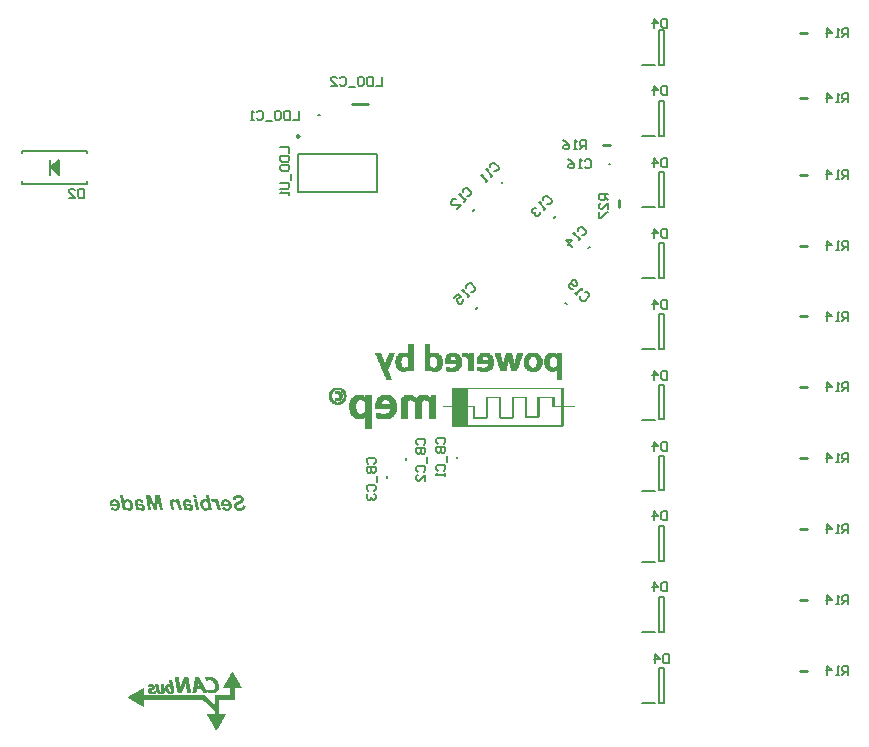
<source format=gbo>
G04*
G04 #@! TF.GenerationSoftware,Altium Limited,Altium Designer,21.8.1 (53)*
G04*
G04 Layer_Color=32896*
%FSLAX25Y25*%
%MOIN*%
G70*
G04*
G04 #@! TF.SameCoordinates,15BDF6F2-E804-41EB-80EB-1D885EA959A2*
G04*
G04*
G04 #@! TF.FilePolarity,Positive*
G04*
G01*
G75*
%ADD10C,0.00800*%
%ADD11C,0.00984*%
%ADD12C,0.01000*%
%ADD15C,0.00787*%
%ADD17C,0.00500*%
%ADD110C,0.00200*%
%ADD111C,0.00100*%
G36*
X309626Y186523D02*
X308643D01*
X308458Y187421D01*
X309441D01*
X309626Y186523D01*
D02*
G37*
G36*
X314818Y182376D02*
X313934D01*
X313811Y182967D01*
X313735Y182844D01*
X313650Y182744D01*
X313566Y182652D01*
X313474Y182575D01*
X313374Y182506D01*
X313281Y182452D01*
X313182Y182406D01*
X313089Y182368D01*
X313005Y182337D01*
X312921Y182322D01*
X312844Y182307D01*
X312782Y182291D01*
X312729D01*
X312683Y182283D01*
X312652D01*
X312529Y182291D01*
X312414Y182307D01*
X312306Y182329D01*
X312214Y182353D01*
X312137Y182376D01*
X312076Y182399D01*
X312037Y182414D01*
X312022Y182422D01*
X311914Y182483D01*
X311807Y182552D01*
X311707Y182621D01*
X311623Y182698D01*
X311546Y182760D01*
X311492Y182813D01*
X311461Y182844D01*
X311446Y182860D01*
X311346Y182982D01*
X311262Y183105D01*
X311185Y183236D01*
X311123Y183359D01*
X311077Y183466D01*
X311039Y183551D01*
X311024Y183581D01*
X311016Y183604D01*
X311008Y183620D01*
Y183627D01*
X310954Y183804D01*
X310908Y183981D01*
X310878Y184142D01*
X310862Y184288D01*
X310847Y184418D01*
Y184472D01*
X310839Y184518D01*
Y184557D01*
Y184580D01*
Y184595D01*
Y184603D01*
Y184741D01*
X310855Y184864D01*
X310870Y184979D01*
X310893Y185094D01*
X310924Y185194D01*
X310954Y185286D01*
X310985Y185371D01*
X311016Y185448D01*
X311047Y185509D01*
X311077Y185571D01*
X311108Y185617D01*
X311139Y185663D01*
X311162Y185693D01*
X311177Y185716D01*
X311185Y185724D01*
X311193Y185732D01*
X311262Y185801D01*
X311331Y185862D01*
X311408Y185916D01*
X311484Y185962D01*
X311638Y186031D01*
X311784Y186077D01*
X311922Y186100D01*
X311976Y186108D01*
X312022Y186116D01*
X312068Y186124D01*
X312222D01*
X312321Y186108D01*
X312406Y186093D01*
X312483Y186077D01*
X312544Y186062D01*
X312598Y186047D01*
X312629Y186039D01*
X312636Y186031D01*
X312729Y185993D01*
X312821Y185947D01*
X312905Y185901D01*
X312982Y185855D01*
X313051Y185809D01*
X313105Y185770D01*
X313136Y185747D01*
X313151Y185740D01*
X312790Y187421D01*
X313773D01*
X314818Y182376D01*
D02*
G37*
G36*
X306677Y186108D02*
X306892Y186077D01*
X307076Y186039D01*
X307161Y186008D01*
X307237Y185985D01*
X307307Y185962D01*
X307360Y185932D01*
X307414Y185908D01*
X307452Y185893D01*
X307483Y185870D01*
X307506Y185862D01*
X307522Y185847D01*
X307529D01*
X307667Y185732D01*
X307790Y185609D01*
X307890Y185486D01*
X307967Y185363D01*
X308028Y185256D01*
X308067Y185163D01*
X308082Y185133D01*
X308090Y185110D01*
X308098Y185094D01*
Y185087D01*
X307137Y185010D01*
X307115Y185079D01*
X307084Y185140D01*
X307045Y185187D01*
X307015Y185233D01*
X306984Y185263D01*
X306953Y185286D01*
X306938Y185302D01*
X306930Y185309D01*
X306869Y185348D01*
X306800Y185371D01*
X306661Y185401D01*
X306608Y185409D01*
X306561Y185417D01*
X306516D01*
X306423Y185409D01*
X306347Y185401D01*
X306285Y185386D01*
X306231Y185363D01*
X306185Y185340D01*
X306154Y185325D01*
X306139Y185317D01*
X306131Y185309D01*
X306085Y185271D01*
X306055Y185225D01*
X306032Y185179D01*
X306016Y185133D01*
X306009Y185094D01*
X306001Y185071D01*
Y185048D01*
Y185041D01*
Y184994D01*
X306009Y184941D01*
X306032Y184833D01*
X306047Y184780D01*
X306062Y184749D01*
X306070Y184718D01*
Y184710D01*
X306116Y184695D01*
X306177Y184680D01*
X306239Y184664D01*
X306316Y184649D01*
X306469Y184626D01*
X306631Y184603D01*
X306777Y184588D01*
X306838Y184580D01*
X306899Y184572D01*
X306945D01*
X306984Y184564D01*
X307015D01*
X307168Y184549D01*
X307307Y184534D01*
X307429Y184511D01*
X307552Y184480D01*
X307652Y184449D01*
X307752Y184418D01*
X307836Y184388D01*
X307906Y184357D01*
X307975Y184319D01*
X308028Y184288D01*
X308074Y184265D01*
X308113Y184242D01*
X308136Y184219D01*
X308159Y184204D01*
X308167Y184188D01*
X308174D01*
X308282Y184065D01*
X308359Y183927D01*
X308420Y183781D01*
X308458Y183651D01*
X308482Y183528D01*
X308489Y183474D01*
Y183428D01*
X308497Y183397D01*
Y183366D01*
Y183351D01*
Y183343D01*
X308482Y183174D01*
X308451Y183028D01*
X308405Y182898D01*
X308351Y182783D01*
X308297Y182698D01*
X308251Y182629D01*
X308220Y182591D01*
X308205Y182575D01*
X308090Y182475D01*
X307959Y182406D01*
X307836Y182353D01*
X307714Y182322D01*
X307614Y182299D01*
X307529Y182291D01*
X307499Y182283D01*
X307452D01*
X307345Y182291D01*
X307245Y182307D01*
X307145Y182322D01*
X307061Y182353D01*
X306992Y182376D01*
X306930Y182391D01*
X306899Y182406D01*
X306884Y182414D01*
X306784Y182468D01*
X306684Y182529D01*
X306600Y182591D01*
X306523Y182644D01*
X306462Y182698D01*
X306416Y182744D01*
X306385Y182775D01*
X306377Y182783D01*
X306362Y182629D01*
X306354Y182560D01*
X306339Y182499D01*
X306331Y182445D01*
X306316Y182406D01*
X306308Y182383D01*
Y182376D01*
X305348D01*
X305371Y182483D01*
X305394Y182575D01*
X305410Y182660D01*
X305417Y182737D01*
Y182806D01*
X305425Y182852D01*
Y182882D01*
Y182890D01*
Y182944D01*
X305417Y183005D01*
X305402Y183144D01*
X305379Y183297D01*
X305356Y183451D01*
X305333Y183589D01*
X305317Y183651D01*
X305310Y183704D01*
X305302Y183750D01*
X305294Y183781D01*
X305287Y183804D01*
Y183812D01*
X305256Y183950D01*
X305225Y184081D01*
X305202Y184196D01*
X305179Y184296D01*
X305164Y184388D01*
X305141Y184465D01*
X305125Y184534D01*
X305118Y184595D01*
X305110Y184649D01*
X305095Y184687D01*
Y184718D01*
X305087Y184749D01*
X305079Y184780D01*
Y184787D01*
X305064Y184918D01*
X305056Y184979D01*
X305049Y185033D01*
Y185079D01*
Y185110D01*
Y185133D01*
Y185140D01*
Y185217D01*
X305064Y185286D01*
X305102Y185417D01*
X305156Y185540D01*
X305218Y185640D01*
X305279Y185724D01*
X305333Y185778D01*
X305371Y185816D01*
X305379Y185832D01*
X305386D01*
X305456Y185885D01*
X305525Y185932D01*
X305694Y186001D01*
X305863Y186054D01*
X306032Y186085D01*
X306193Y186108D01*
X306254Y186116D01*
X306316D01*
X306362Y186124D01*
X306431D01*
X306677Y186108D01*
D02*
G37*
G36*
X290633Y186108D02*
X290848Y186077D01*
X291033Y186039D01*
X291117Y186008D01*
X291194Y185985D01*
X291263Y185962D01*
X291317Y185931D01*
X291371Y185908D01*
X291409Y185893D01*
X291440Y185870D01*
X291463Y185862D01*
X291478Y185847D01*
X291486D01*
X291624Y185732D01*
X291747Y185609D01*
X291847Y185486D01*
X291923Y185363D01*
X291985Y185256D01*
X292023Y185163D01*
X292039Y185133D01*
X292046Y185110D01*
X292054Y185094D01*
Y185087D01*
X291094Y185010D01*
X291071Y185079D01*
X291040Y185140D01*
X291002Y185187D01*
X290971Y185233D01*
X290940Y185263D01*
X290910Y185286D01*
X290894Y185302D01*
X290887Y185309D01*
X290825Y185348D01*
X290756Y185371D01*
X290618Y185401D01*
X290564Y185409D01*
X290518Y185417D01*
X290472D01*
X290380Y185409D01*
X290303Y185401D01*
X290242Y185386D01*
X290188Y185363D01*
X290142Y185340D01*
X290111Y185325D01*
X290096Y185317D01*
X290088Y185309D01*
X290042Y185271D01*
X290011Y185225D01*
X289988Y185179D01*
X289973Y185133D01*
X289965Y185094D01*
X289957Y185071D01*
Y185048D01*
Y185041D01*
Y184994D01*
X289965Y184941D01*
X289988Y184833D01*
X290003Y184779D01*
X290019Y184749D01*
X290026Y184718D01*
Y184710D01*
X290073Y184695D01*
X290134Y184680D01*
X290195Y184664D01*
X290272Y184649D01*
X290426Y184626D01*
X290587Y184603D01*
X290733Y184587D01*
X290794Y184580D01*
X290856Y184572D01*
X290902D01*
X290940Y184564D01*
X290971D01*
X291125Y184549D01*
X291263Y184534D01*
X291386Y184511D01*
X291509Y184480D01*
X291609Y184449D01*
X291708Y184418D01*
X291793Y184388D01*
X291862Y184357D01*
X291931Y184319D01*
X291985Y184288D01*
X292031Y184265D01*
X292069Y184242D01*
X292092Y184219D01*
X292115Y184203D01*
X292123Y184188D01*
X292131D01*
X292238Y184065D01*
X292315Y183927D01*
X292377Y183781D01*
X292415Y183651D01*
X292438Y183528D01*
X292446Y183474D01*
Y183428D01*
X292453Y183397D01*
Y183366D01*
Y183351D01*
Y183343D01*
X292438Y183174D01*
X292407Y183028D01*
X292361Y182898D01*
X292307Y182783D01*
X292254Y182698D01*
X292208Y182629D01*
X292177Y182591D01*
X292161Y182575D01*
X292046Y182475D01*
X291916Y182406D01*
X291793Y182353D01*
X291670Y182322D01*
X291570Y182299D01*
X291486Y182291D01*
X291455Y182283D01*
X291409D01*
X291301Y182291D01*
X291201Y182307D01*
X291102Y182322D01*
X291017Y182353D01*
X290948Y182376D01*
X290887Y182391D01*
X290856Y182406D01*
X290841Y182414D01*
X290741Y182468D01*
X290641Y182529D01*
X290556Y182591D01*
X290480Y182644D01*
X290418Y182698D01*
X290372Y182744D01*
X290341Y182775D01*
X290334Y182783D01*
X290318Y182629D01*
X290311Y182560D01*
X290295Y182499D01*
X290288Y182445D01*
X290272Y182406D01*
X290265Y182383D01*
Y182376D01*
X289305D01*
X289328Y182483D01*
X289351Y182575D01*
X289366Y182660D01*
X289374Y182737D01*
Y182806D01*
X289381Y182852D01*
Y182882D01*
Y182890D01*
Y182944D01*
X289374Y183005D01*
X289358Y183144D01*
X289335Y183297D01*
X289312Y183451D01*
X289289Y183589D01*
X289274Y183651D01*
X289266Y183704D01*
X289259Y183750D01*
X289251Y183781D01*
X289243Y183804D01*
Y183812D01*
X289212Y183950D01*
X289182Y184081D01*
X289159Y184196D01*
X289136Y184296D01*
X289120Y184388D01*
X289097Y184465D01*
X289082Y184534D01*
X289074Y184595D01*
X289067Y184649D01*
X289051Y184687D01*
Y184718D01*
X289043Y184749D01*
X289036Y184779D01*
Y184787D01*
X289020Y184918D01*
X289013Y184979D01*
X289005Y185033D01*
Y185079D01*
Y185110D01*
Y185133D01*
Y185140D01*
Y185217D01*
X289020Y185286D01*
X289059Y185417D01*
X289113Y185540D01*
X289174Y185640D01*
X289235Y185724D01*
X289289Y185778D01*
X289328Y185816D01*
X289335Y185832D01*
X289343D01*
X289412Y185885D01*
X289481Y185931D01*
X289650Y186001D01*
X289819Y186054D01*
X289988Y186085D01*
X290149Y186108D01*
X290211Y186116D01*
X290272D01*
X290318Y186124D01*
X290387D01*
X290633Y186108D01*
D02*
G37*
G36*
X298352Y182376D02*
X297415D01*
X296616Y186584D01*
X296432Y182376D01*
X295449D01*
X293582Y186554D01*
X294450Y182376D01*
X293513D01*
X292599Y187421D01*
X294089D01*
X295664Y183958D01*
X295825Y187421D01*
X297299D01*
X298352Y182376D01*
D02*
G37*
G36*
X319479Y186116D02*
X319656Y186093D01*
X319825Y186047D01*
X319986Y186001D01*
X320132Y185939D01*
X320263Y185870D01*
X320386Y185801D01*
X320493Y185724D01*
X320585Y185647D01*
X320670Y185578D01*
X320746Y185509D01*
X320800Y185448D01*
X320846Y185401D01*
X320885Y185363D01*
X320900Y185332D01*
X320908Y185325D01*
X320977Y185217D01*
X321046Y185102D01*
X321100Y184987D01*
X321146Y184872D01*
X321223Y184649D01*
X321269Y184441D01*
X321284Y184342D01*
X321299Y184257D01*
X321307Y184180D01*
X321315Y184119D01*
X321322Y184065D01*
Y184019D01*
Y183996D01*
Y183988D01*
X321315Y183850D01*
X321299Y183712D01*
X321276Y183589D01*
X321253Y183466D01*
X321215Y183359D01*
X321177Y183251D01*
X321138Y183159D01*
X321092Y183074D01*
X321046Y182998D01*
X321008Y182936D01*
X320969Y182875D01*
X320931Y182829D01*
X320908Y182790D01*
X320885Y182767D01*
X320869Y182752D01*
X320862Y182744D01*
X320770Y182660D01*
X320677Y182591D01*
X320578Y182529D01*
X320478Y182475D01*
X320378Y182437D01*
X320278Y182399D01*
X320086Y182345D01*
X320002Y182322D01*
X319925Y182307D01*
X319848Y182299D01*
X319787Y182291D01*
X319733Y182283D01*
X319664D01*
X319464Y182291D01*
X319287Y182322D01*
X319118Y182368D01*
X318980Y182414D01*
X318857Y182460D01*
X318811Y182483D01*
X318773Y182506D01*
X318742Y182521D01*
X318719Y182537D01*
X318704Y182545D01*
X318696D01*
X318542Y182660D01*
X318404Y182783D01*
X318281Y182921D01*
X318181Y183052D01*
X318105Y183167D01*
X318074Y183220D01*
X318043Y183266D01*
X318020Y183297D01*
X318012Y183328D01*
X317997Y183343D01*
Y183351D01*
X318880Y183497D01*
X318934Y183405D01*
X318995Y183328D01*
X319057Y183259D01*
X319118Y183205D01*
X319187Y183151D01*
X319249Y183113D01*
X319372Y183052D01*
X319487Y183021D01*
X319571Y182998D01*
X319610Y182990D01*
X319656D01*
X319763Y182998D01*
X319863Y183028D01*
X319948Y183059D01*
X320025Y183105D01*
X320086Y183144D01*
X320132Y183182D01*
X320163Y183205D01*
X320170Y183213D01*
X320240Y183305D01*
X320293Y183397D01*
X320324Y183497D01*
X320355Y183589D01*
X320370Y183674D01*
X320378Y183743D01*
Y183789D01*
Y183796D01*
Y183804D01*
Y183835D01*
X320370Y183865D01*
Y183889D01*
Y183896D01*
X317889D01*
X317851Y184119D01*
X317836Y184227D01*
X317828Y184326D01*
X317820Y184411D01*
Y184480D01*
Y184526D01*
Y184534D01*
Y184541D01*
X317828Y184680D01*
X317836Y184802D01*
X317859Y184925D01*
X317882Y185041D01*
X317913Y185140D01*
X317943Y185233D01*
X317982Y185325D01*
X318020Y185401D01*
X318058Y185471D01*
X318097Y185532D01*
X318128Y185586D01*
X318158Y185624D01*
X318181Y185655D01*
X318204Y185686D01*
X318212Y185693D01*
X318220Y185701D01*
X318297Y185778D01*
X318381Y185839D01*
X318465Y185901D01*
X318558Y185947D01*
X318734Y186024D01*
X318903Y186070D01*
X319057Y186100D01*
X319118Y186108D01*
X319180Y186116D01*
X319226Y186124D01*
X319287D01*
X319479Y186116D01*
D02*
G37*
G36*
X282300Y186116D02*
X282477Y186093D01*
X282646Y186047D01*
X282807Y186001D01*
X282953Y185939D01*
X283084Y185870D01*
X283207Y185801D01*
X283314Y185724D01*
X283406Y185647D01*
X283491Y185578D01*
X283568Y185509D01*
X283621Y185448D01*
X283667Y185401D01*
X283706Y185363D01*
X283721Y185332D01*
X283729Y185325D01*
X283798Y185217D01*
X283867Y185102D01*
X283921Y184987D01*
X283967Y184872D01*
X284044Y184649D01*
X284090Y184441D01*
X284105Y184342D01*
X284121Y184257D01*
X284128Y184180D01*
X284136Y184119D01*
X284144Y184065D01*
Y184019D01*
Y183996D01*
Y183988D01*
X284136Y183850D01*
X284121Y183712D01*
X284098Y183589D01*
X284074Y183466D01*
X284036Y183359D01*
X283998Y183251D01*
X283959Y183159D01*
X283913Y183074D01*
X283867Y182998D01*
X283829Y182936D01*
X283790Y182875D01*
X283752Y182829D01*
X283729Y182790D01*
X283706Y182767D01*
X283691Y182752D01*
X283683Y182744D01*
X283591Y182660D01*
X283499Y182591D01*
X283399Y182529D01*
X283299Y182475D01*
X283199Y182437D01*
X283099Y182399D01*
X282907Y182345D01*
X282823Y182322D01*
X282746Y182307D01*
X282669Y182299D01*
X282608Y182291D01*
X282554Y182283D01*
X282485D01*
X282285Y182291D01*
X282108Y182322D01*
X281939Y182368D01*
X281801Y182414D01*
X281678Y182460D01*
X281632Y182483D01*
X281594Y182506D01*
X281563Y182521D01*
X281540Y182537D01*
X281525Y182545D01*
X281517D01*
X281364Y182660D01*
X281225Y182783D01*
X281102Y182921D01*
X281002Y183051D01*
X280926Y183167D01*
X280895Y183220D01*
X280864Y183266D01*
X280841Y183297D01*
X280834Y183328D01*
X280818Y183343D01*
Y183351D01*
X281701Y183497D01*
X281755Y183405D01*
X281817Y183328D01*
X281878Y183259D01*
X281939Y183205D01*
X282009Y183151D01*
X282070Y183113D01*
X282193Y183051D01*
X282308Y183021D01*
X282393Y182998D01*
X282431Y182990D01*
X282477D01*
X282585Y182998D01*
X282684Y183028D01*
X282769Y183059D01*
X282846Y183105D01*
X282907Y183144D01*
X282953Y183182D01*
X282984Y183205D01*
X282992Y183213D01*
X283061Y183305D01*
X283115Y183397D01*
X283145Y183497D01*
X283176Y183589D01*
X283191Y183674D01*
X283199Y183743D01*
Y183789D01*
Y183796D01*
Y183804D01*
Y183835D01*
X283191Y183865D01*
Y183889D01*
Y183896D01*
X280711D01*
X280672Y184119D01*
X280657Y184227D01*
X280649Y184326D01*
X280642Y184411D01*
Y184480D01*
Y184526D01*
Y184534D01*
Y184541D01*
X280649Y184680D01*
X280657Y184802D01*
X280680Y184925D01*
X280703Y185041D01*
X280734Y185140D01*
X280764Y185233D01*
X280803Y185325D01*
X280841Y185401D01*
X280880Y185471D01*
X280918Y185532D01*
X280949Y185586D01*
X280979Y185624D01*
X281002Y185655D01*
X281026Y185686D01*
X281033Y185693D01*
X281041Y185701D01*
X281118Y185778D01*
X281202Y185839D01*
X281287Y185901D01*
X281379Y185947D01*
X281556Y186024D01*
X281724Y186070D01*
X281878Y186100D01*
X281939Y186108D01*
X282001Y186116D01*
X282047Y186124D01*
X282108D01*
X282300Y186116D01*
D02*
G37*
G36*
X315040Y186116D02*
X315156Y186093D01*
X315255Y186054D01*
X315363Y186001D01*
X315455Y185939D01*
X315547Y185878D01*
X315716Y185732D01*
X315785Y185663D01*
X315854Y185586D01*
X315908Y185524D01*
X315954Y185463D01*
X315993Y185409D01*
X316023Y185371D01*
X316039Y185348D01*
X316046Y185340D01*
X315908Y186031D01*
X316822D01*
X317582Y182376D01*
X316607D01*
X316369Y183520D01*
X316338Y183651D01*
X316315Y183766D01*
X316284Y183873D01*
X316261Y183973D01*
X316238Y184065D01*
X316215Y184150D01*
X316192Y184227D01*
X316169Y184296D01*
X316146Y184349D01*
X316131Y184403D01*
X316115Y184449D01*
X316100Y184480D01*
X316092Y184511D01*
X316085Y184526D01*
X316077Y184541D01*
X316016Y184657D01*
X315947Y184756D01*
X315877Y184849D01*
X315808Y184918D01*
X315755Y184979D01*
X315708Y185018D01*
X315670Y185048D01*
X315662Y185056D01*
X315563Y185125D01*
X315470Y185171D01*
X315378Y185210D01*
X315301Y185233D01*
X315232Y185248D01*
X315186Y185256D01*
X315140D01*
X315033Y185248D01*
X314933Y185233D01*
X314902Y185217D01*
X314871Y185210D01*
X314856Y185202D01*
X314848D01*
X314472Y186016D01*
X314564Y186054D01*
X314649Y186077D01*
X314725Y186100D01*
X314794Y186108D01*
X314848Y186116D01*
X314894Y186124D01*
X314933D01*
X315040Y186116D01*
D02*
G37*
G36*
X310486Y182376D02*
X309511D01*
X308750Y186031D01*
X309726D01*
X310486Y182376D01*
D02*
G37*
G36*
X301808Y186116D02*
X301930Y186100D01*
X302038Y186077D01*
X302138Y186054D01*
X302222Y186031D01*
X302284Y186008D01*
X302322Y185993D01*
X302338Y185985D01*
X302453Y185932D01*
X302568Y185862D01*
X302683Y185793D01*
X302783Y185716D01*
X302868Y185655D01*
X302937Y185601D01*
X302983Y185563D01*
X302990Y185547D01*
X302998D01*
X302906Y186031D01*
X303835D01*
X304595Y182376D01*
X303620D01*
X303313Y183873D01*
X303282Y183988D01*
X303259Y184104D01*
X303236Y184196D01*
X303213Y184288D01*
X303190Y184372D01*
X303167Y184441D01*
X303152Y184503D01*
X303129Y184557D01*
X303113Y184603D01*
X303098Y184649D01*
X303075Y184703D01*
X303067Y184741D01*
X303060Y184749D01*
X302998Y184856D01*
X302921Y184948D01*
X302852Y185033D01*
X302783Y185102D01*
X302722Y185156D01*
X302676Y185202D01*
X302645Y185225D01*
X302629Y185233D01*
X302530Y185294D01*
X302437Y185340D01*
X302353Y185371D01*
X302284Y185394D01*
X302222Y185409D01*
X302176Y185417D01*
X302138D01*
X302061Y185409D01*
X302000Y185401D01*
X301946Y185379D01*
X301900Y185363D01*
X301861Y185340D01*
X301838Y185317D01*
X301823Y185309D01*
X301815Y185302D01*
X301777Y185256D01*
X301746Y185202D01*
X301731Y185156D01*
X301715Y185102D01*
X301708Y185064D01*
X301700Y185025D01*
Y185002D01*
Y184994D01*
Y184971D01*
X301708Y184941D01*
X301715Y184872D01*
X301739Y184780D01*
X301754Y184687D01*
X301769Y184595D01*
X301785Y184518D01*
X301792Y184488D01*
Y184465D01*
X301800Y184449D01*
Y184441D01*
X302245Y182376D01*
X301270D01*
X300825Y184434D01*
X300801Y184534D01*
X300786Y184618D01*
X300756Y184772D01*
X300732Y184902D01*
X300717Y185002D01*
X300709Y185071D01*
X300702Y185125D01*
Y185156D01*
Y185163D01*
X300709Y185317D01*
X300740Y185455D01*
X300786Y185571D01*
X300832Y185670D01*
X300886Y185747D01*
X300924Y185809D01*
X300955Y185839D01*
X300971Y185855D01*
X301078Y185947D01*
X301193Y186008D01*
X301308Y186054D01*
X301424Y186093D01*
X301531Y186108D01*
X301608Y186116D01*
X301639Y186124D01*
X301685D01*
X301808Y186116D01*
D02*
G37*
G36*
X323734Y187498D02*
X323880Y187490D01*
X324018Y187468D01*
X324149Y187437D01*
X324272Y187406D01*
X324379Y187375D01*
X324479Y187337D01*
X324571Y187299D01*
X324648Y187252D01*
X324717Y187214D01*
X324779Y187183D01*
X324825Y187153D01*
X324863Y187122D01*
X324886Y187099D01*
X324901Y187091D01*
X324909Y187083D01*
X324993Y186999D01*
X325063Y186915D01*
X325124Y186830D01*
X325178Y186738D01*
X325216Y186653D01*
X325255Y186561D01*
X325308Y186392D01*
X325347Y186246D01*
X325355Y186185D01*
X325362Y186131D01*
X325370Y186085D01*
Y186054D01*
Y186031D01*
Y186024D01*
X325362Y185893D01*
X325347Y185770D01*
X325324Y185663D01*
X325293Y185571D01*
X325262Y185494D01*
X325239Y185432D01*
X325224Y185401D01*
X325216Y185386D01*
X325155Y185286D01*
X325086Y185202D01*
X325017Y185125D01*
X324947Y185064D01*
X324886Y185010D01*
X324840Y184971D01*
X324809Y184948D01*
X324794Y184941D01*
X324679Y184872D01*
X324540Y184802D01*
X324402Y184733D01*
X324256Y184664D01*
X324133Y184610D01*
X324080Y184580D01*
X324026Y184564D01*
X323987Y184541D01*
X323957Y184526D01*
X323941Y184518D01*
X323934D01*
X323826Y184472D01*
X323734Y184426D01*
X323650Y184388D01*
X323573Y184357D01*
X323504Y184319D01*
X323442Y184288D01*
X323396Y184265D01*
X323350Y184242D01*
X323281Y184204D01*
X323242Y184173D01*
X323219Y184157D01*
X323212Y184150D01*
X323150Y184088D01*
X323104Y184027D01*
X323066Y183965D01*
X323043Y183904D01*
X323027Y183850D01*
X323020Y183812D01*
Y183781D01*
Y183773D01*
X323027Y183681D01*
X323058Y183597D01*
X323089Y183520D01*
X323135Y183451D01*
X323173Y183397D01*
X323212Y183359D01*
X323242Y183336D01*
X323250Y183328D01*
X323350Y183266D01*
X323465Y183228D01*
X323588Y183197D01*
X323711Y183174D01*
X323818Y183159D01*
X323911Y183151D01*
X324103D01*
X324210Y183167D01*
X324302Y183174D01*
X324387Y183197D01*
X324464Y183213D01*
X324533Y183236D01*
X324594Y183259D01*
X324640Y183290D01*
X324732Y183336D01*
X324786Y183382D01*
X324825Y183412D01*
X324832Y183420D01*
X324878Y183497D01*
X324917Y183589D01*
X324947Y183697D01*
X324971Y183796D01*
X324978Y183896D01*
X324986Y183981D01*
X324993Y184011D01*
Y184035D01*
Y184050D01*
Y184057D01*
X325984Y184004D01*
Y183819D01*
X325961Y183651D01*
X325938Y183497D01*
X325900Y183366D01*
X325869Y183259D01*
X325838Y183174D01*
X325823Y183144D01*
X325815Y183121D01*
X325808Y183113D01*
Y183105D01*
X325723Y182967D01*
X325616Y182844D01*
X325508Y182744D01*
X325393Y182652D01*
X325293Y182591D01*
X325209Y182537D01*
X325178Y182521D01*
X325155Y182506D01*
X325139Y182499D01*
X325132D01*
X324947Y182429D01*
X324756Y182376D01*
X324564Y182337D01*
X324387Y182314D01*
X324310Y182299D01*
X324233D01*
X324172Y182291D01*
X324110Y182283D01*
X324003D01*
X323834Y182291D01*
X323665Y182307D01*
X323519Y182329D01*
X323373Y182360D01*
X323242Y182391D01*
X323120Y182429D01*
X323012Y182475D01*
X322912Y182521D01*
X322820Y182560D01*
X322743Y182606D01*
X322682Y182644D01*
X322628Y182683D01*
X322582Y182706D01*
X322551Y182729D01*
X322536Y182744D01*
X322528Y182752D01*
X322436Y182844D01*
X322352Y182936D01*
X322283Y183036D01*
X322221Y183128D01*
X322167Y183228D01*
X322129Y183320D01*
X322091Y183412D01*
X322067Y183505D01*
X322044Y183581D01*
X322029Y183658D01*
X322014Y183727D01*
X322006Y183781D01*
X321998Y183835D01*
Y183865D01*
Y183889D01*
Y183896D01*
Y183996D01*
X322014Y184088D01*
X322052Y184265D01*
X322113Y184411D01*
X322175Y184541D01*
X322244Y184641D01*
X322305Y184718D01*
X322344Y184764D01*
X322352Y184780D01*
X322359D01*
X322413Y184826D01*
X322475Y184872D01*
X322551Y184925D01*
X322636Y184979D01*
X322812Y185079D01*
X323004Y185179D01*
X323181Y185263D01*
X323258Y185302D01*
X323327Y185332D01*
X323381Y185355D01*
X323427Y185379D01*
X323458Y185386D01*
X323465Y185394D01*
X323573Y185440D01*
X323665Y185478D01*
X323749Y185524D01*
X323826Y185563D01*
X323895Y185593D01*
X323957Y185624D01*
X324057Y185686D01*
X324133Y185724D01*
X324179Y185763D01*
X324210Y185778D01*
X324218Y185785D01*
X324272Y185847D01*
X324310Y185901D01*
X324341Y185962D01*
X324356Y186024D01*
X324372Y186070D01*
X324379Y186108D01*
Y186139D01*
Y186146D01*
X324372Y186231D01*
X324348Y186308D01*
X324318Y186369D01*
X324287Y186423D01*
X324256Y186469D01*
X324225Y186500D01*
X324202Y186523D01*
X324195Y186530D01*
X324118Y186584D01*
X324018Y186623D01*
X323918Y186646D01*
X323818Y186669D01*
X323726Y186676D01*
X323650Y186684D01*
X323580D01*
X323427Y186676D01*
X323289Y186653D01*
X323181Y186623D01*
X323089Y186584D01*
X323012Y186546D01*
X322958Y186515D01*
X322928Y186492D01*
X322920Y186484D01*
X322843Y186408D01*
X322782Y186316D01*
X322736Y186223D01*
X322697Y186139D01*
X322674Y186054D01*
X322659Y185993D01*
X322651Y185947D01*
Y185939D01*
Y185932D01*
X321660Y185970D01*
X321676Y186100D01*
X321699Y186216D01*
X321768Y186438D01*
X321814Y186538D01*
X321860Y186630D01*
X321906Y186715D01*
X321952Y186792D01*
X321998Y186853D01*
X322044Y186915D01*
X322091Y186968D01*
X322129Y187007D01*
X322160Y187037D01*
X322183Y187068D01*
X322198Y187076D01*
X322206Y187083D01*
X322298Y187160D01*
X322405Y187222D01*
X322513Y187283D01*
X322620Y187329D01*
X322851Y187406D01*
X323074Y187452D01*
X323173Y187468D01*
X323266Y187483D01*
X323350Y187490D01*
X323427Y187498D01*
X323488Y187506D01*
X323573D01*
X323734Y187498D01*
D02*
G37*
G36*
X285495Y185532D02*
X285572Y185640D01*
X285649Y185724D01*
X285733Y185809D01*
X285825Y185878D01*
X285918Y185931D01*
X286010Y185977D01*
X286102Y186016D01*
X286187Y186047D01*
X286355Y186093D01*
X286425Y186108D01*
X286486Y186116D01*
X286540Y186124D01*
X286609D01*
X286762Y186116D01*
X286901Y186093D01*
X287039Y186054D01*
X287170Y186016D01*
X287285Y185954D01*
X287392Y185901D01*
X287492Y185832D01*
X287584Y185770D01*
X287661Y185701D01*
X287738Y185632D01*
X287799Y185578D01*
X287845Y185524D01*
X287884Y185478D01*
X287914Y185440D01*
X287930Y185417D01*
X287937Y185409D01*
X288022Y185271D01*
X288099Y185133D01*
X288168Y184994D01*
X288229Y184856D01*
X288276Y184726D01*
X288314Y184595D01*
X288345Y184465D01*
X288375Y184349D01*
X288398Y184234D01*
X288414Y184134D01*
X288421Y184042D01*
X288429Y183965D01*
X288437Y183904D01*
Y183858D01*
Y183827D01*
Y183819D01*
X288429Y183681D01*
X288421Y183551D01*
X288406Y183428D01*
X288383Y183320D01*
X288360Y183213D01*
X288329Y183121D01*
X288299Y183036D01*
X288260Y182959D01*
X288229Y182890D01*
X288199Y182829D01*
X288168Y182783D01*
X288145Y182744D01*
X288122Y182706D01*
X288106Y182683D01*
X288091Y182675D01*
Y182668D01*
X288022Y182598D01*
X287953Y182545D01*
X287876Y182491D01*
X287799Y182445D01*
X287646Y182376D01*
X287500Y182329D01*
X287369Y182307D01*
X287316Y182299D01*
X287262Y182291D01*
X287223Y182283D01*
X287170D01*
X287047Y182291D01*
X286939Y182299D01*
X286839Y182314D01*
X286755Y182337D01*
X286686Y182360D01*
X286632Y182376D01*
X286594Y182383D01*
X286586Y182391D01*
X286486Y182437D01*
X286394Y182499D01*
X286302Y182560D01*
X286225Y182621D01*
X286156Y182675D01*
X286102Y182721D01*
X286071Y182760D01*
X286056Y182767D01*
X286133Y182376D01*
X285204D01*
X284105Y187421D01*
X285088D01*
X285495Y185532D01*
D02*
G37*
%LPC*%
G36*
X312506Y185417D02*
X312491D01*
X312383Y185409D01*
X312291Y185379D01*
X312206Y185348D01*
X312137Y185302D01*
X312076Y185263D01*
X312037Y185225D01*
X312007Y185194D01*
X311999Y185187D01*
X311930Y185094D01*
X311876Y184994D01*
X311845Y184895D01*
X311815Y184795D01*
X311799Y184710D01*
X311792Y184634D01*
Y184588D01*
Y184580D01*
Y184572D01*
X311799Y184426D01*
X311815Y184280D01*
X311838Y184142D01*
X311868Y184027D01*
X311899Y183919D01*
X311922Y183843D01*
X311930Y183812D01*
X311937Y183789D01*
X311945Y183781D01*
Y183773D01*
X312007Y183635D01*
X312068Y183520D01*
X312137Y183420D01*
X312191Y183343D01*
X312245Y183282D01*
X312291Y183236D01*
X312321Y183213D01*
X312329Y183205D01*
X312414Y183144D01*
X312498Y183105D01*
X312575Y183074D01*
X312644Y183052D01*
X312705Y183036D01*
X312759Y183028D01*
X312798D01*
X312897Y183036D01*
X312997Y183067D01*
X313074Y183105D01*
X313151Y183144D01*
X313205Y183190D01*
X313251Y183220D01*
X313281Y183251D01*
X313289Y183259D01*
X313358Y183351D01*
X313412Y183451D01*
X313443Y183551D01*
X313474Y183643D01*
X313489Y183727D01*
X313497Y183796D01*
Y183843D01*
Y183850D01*
Y183858D01*
X313489Y183996D01*
X313481Y184119D01*
X313435Y184357D01*
X313412Y184465D01*
X313381Y184564D01*
X313343Y184657D01*
X313312Y184741D01*
X313274Y184810D01*
X313243Y184879D01*
X313212Y184933D01*
X313182Y184979D01*
X313159Y185018D01*
X313143Y185041D01*
X313136Y185056D01*
X313128Y185064D01*
X313074Y185125D01*
X313020Y185179D01*
X312913Y185271D01*
X312805Y185332D01*
X312705Y185371D01*
X312621Y185401D01*
X312552Y185409D01*
X312506Y185417D01*
D02*
G37*
G36*
X306201Y184088D02*
X306193D01*
X306224Y183950D01*
X306254Y183827D01*
X306285Y183712D01*
X306316Y183620D01*
X306339Y183543D01*
X306362Y183489D01*
X306385Y183443D01*
X306393Y183420D01*
X306400Y183412D01*
X306439Y183351D01*
X306492Y183297D01*
X306539Y183251D01*
X306585Y183213D01*
X306631Y183182D01*
X306669Y183159D01*
X306692Y183144D01*
X306700Y183136D01*
X306777Y183098D01*
X306846Y183074D01*
X306915Y183052D01*
X306984Y183044D01*
X307038Y183036D01*
X307084Y183028D01*
X307122D01*
X307191Y183036D01*
X307253Y183044D01*
X307314Y183067D01*
X307360Y183090D01*
X307399Y183105D01*
X307422Y183128D01*
X307437Y183136D01*
X307445Y183144D01*
X307483Y183190D01*
X307514Y183244D01*
X307537Y183290D01*
X307552Y183336D01*
X307560Y183374D01*
X307568Y183405D01*
Y183428D01*
Y183435D01*
X307560Y183512D01*
X307545Y183581D01*
X307514Y183635D01*
X307483Y183689D01*
X307460Y183720D01*
X307429Y183750D01*
X307414Y183766D01*
X307406Y183773D01*
X307360Y183804D01*
X307299Y183835D01*
X307230Y183865D01*
X307161Y183889D01*
X306999Y183935D01*
X306838Y183973D01*
X306684Y184004D01*
X306615Y184019D01*
X306554Y184027D01*
X306500Y184035D01*
X306462D01*
X306439Y184042D01*
X306431D01*
X306331Y184057D01*
X306254Y184073D01*
X306231Y184081D01*
X306208D01*
X306201Y184088D01*
D02*
G37*
G36*
X290157Y184088D02*
X290149D01*
X290180Y183950D01*
X290211Y183827D01*
X290242Y183712D01*
X290272Y183620D01*
X290295Y183543D01*
X290318Y183489D01*
X290341Y183443D01*
X290349Y183420D01*
X290357Y183412D01*
X290395Y183351D01*
X290449Y183297D01*
X290495Y183251D01*
X290541Y183213D01*
X290587Y183182D01*
X290626Y183159D01*
X290649Y183144D01*
X290656Y183136D01*
X290733Y183098D01*
X290802Y183074D01*
X290871Y183051D01*
X290940Y183044D01*
X290994Y183036D01*
X291040Y183028D01*
X291079D01*
X291148Y183036D01*
X291209Y183044D01*
X291271Y183067D01*
X291317Y183090D01*
X291355Y183105D01*
X291378Y183128D01*
X291393Y183136D01*
X291401Y183144D01*
X291440Y183190D01*
X291470Y183244D01*
X291493Y183290D01*
X291509Y183336D01*
X291516Y183374D01*
X291524Y183405D01*
Y183428D01*
Y183435D01*
X291516Y183512D01*
X291501Y183581D01*
X291470Y183635D01*
X291440Y183689D01*
X291417Y183720D01*
X291386Y183750D01*
X291371Y183766D01*
X291363Y183773D01*
X291317Y183804D01*
X291255Y183835D01*
X291186Y183865D01*
X291117Y183889D01*
X290956Y183935D01*
X290794Y183973D01*
X290641Y184004D01*
X290572Y184019D01*
X290510Y184027D01*
X290457Y184035D01*
X290418D01*
X290395Y184042D01*
X290387D01*
X290288Y184057D01*
X290211Y184073D01*
X290188Y184081D01*
X290165D01*
X290157Y184088D01*
D02*
G37*
G36*
X319449Y185417D02*
X319395D01*
X319287Y185409D01*
X319187Y185386D01*
X319103Y185348D01*
X319034Y185317D01*
X318980Y185279D01*
X318934Y185240D01*
X318911Y185217D01*
X318903Y185210D01*
X318842Y185125D01*
X318796Y185025D01*
X318765Y184925D01*
X318742Y184826D01*
X318727Y184733D01*
X318719Y184664D01*
Y184634D01*
Y184610D01*
Y184603D01*
Y184595D01*
Y184564D01*
Y184534D01*
Y184503D01*
Y184495D01*
X320270D01*
X320232Y184657D01*
X320186Y184795D01*
X320132Y184910D01*
X320078Y185010D01*
X320025Y185079D01*
X319986Y185133D01*
X319955Y185171D01*
X319948Y185179D01*
X319856Y185256D01*
X319756Y185317D01*
X319664Y185355D01*
X319579Y185386D01*
X319502Y185401D01*
X319449Y185417D01*
D02*
G37*
G36*
X282270Y185417D02*
X282216D01*
X282108Y185409D01*
X282009Y185386D01*
X281924Y185348D01*
X281855Y185317D01*
X281801Y185279D01*
X281755Y185240D01*
X281732Y185217D01*
X281724Y185210D01*
X281663Y185125D01*
X281617Y185025D01*
X281586Y184925D01*
X281563Y184826D01*
X281548Y184733D01*
X281540Y184664D01*
Y184634D01*
Y184610D01*
Y184603D01*
Y184595D01*
Y184564D01*
Y184534D01*
Y184503D01*
Y184495D01*
X283091D01*
X283053Y184657D01*
X283007Y184795D01*
X282953Y184910D01*
X282899Y185010D01*
X282846Y185079D01*
X282807Y185133D01*
X282777Y185171D01*
X282769Y185179D01*
X282677Y185256D01*
X282577Y185317D01*
X282485Y185355D01*
X282400Y185386D01*
X282324Y185401D01*
X282270Y185417D01*
D02*
G37*
G36*
X286517Y185394D02*
X286478D01*
X286379Y185386D01*
X286286Y185355D01*
X286202Y185317D01*
X286125Y185271D01*
X286071Y185225D01*
X286025Y185187D01*
X285995Y185156D01*
X285987Y185148D01*
X285918Y185048D01*
X285864Y184941D01*
X285825Y184833D01*
X285795Y184733D01*
X285779Y184641D01*
X285772Y184572D01*
Y184541D01*
Y184518D01*
Y184511D01*
Y184503D01*
X285779Y184372D01*
X285795Y184242D01*
X285818Y184119D01*
X285841Y184011D01*
X285864Y183912D01*
X285887Y183843D01*
X285895Y183812D01*
X285902Y183789D01*
X285910Y183781D01*
Y183773D01*
X285964Y183643D01*
X286025Y183528D01*
X286087Y183428D01*
X286148Y183351D01*
X286202Y183290D01*
X286248Y183251D01*
X286279Y183220D01*
X286286Y183213D01*
X286371Y183151D01*
X286463Y183105D01*
X286547Y183074D01*
X286624Y183051D01*
X286686Y183036D01*
X286739Y183028D01*
X286786D01*
X286893Y183036D01*
X286985Y183059D01*
X287070Y183098D01*
X287139Y183136D01*
X287200Y183174D01*
X287239Y183213D01*
X287269Y183236D01*
X287277Y183244D01*
X287346Y183336D01*
X287392Y183435D01*
X287431Y183535D01*
X287454Y183635D01*
X287469Y183720D01*
X287477Y183796D01*
Y183843D01*
Y183850D01*
Y183858D01*
X287461Y184065D01*
X287431Y184265D01*
X287392Y184441D01*
X287338Y184595D01*
X287316Y184664D01*
X287285Y184726D01*
X287262Y184779D01*
X287246Y184826D01*
X287223Y184864D01*
X287216Y184887D01*
X287200Y184902D01*
Y184910D01*
X287146Y184994D01*
X287085Y185071D01*
X287031Y185133D01*
X286970Y185187D01*
X286908Y185240D01*
X286847Y185279D01*
X286732Y185332D01*
X286632Y185371D01*
X286547Y185386D01*
X286517Y185394D01*
D02*
G37*
%LPD*%
D10*
X401694Y282296D02*
X402260Y282862D01*
X396358Y199700D02*
Y200300D01*
X373130Y193105D02*
Y193705D01*
X379330Y199109D02*
Y199709D01*
X411331Y291441D02*
X411897Y292006D01*
X402912Y249664D02*
X403477Y250229D01*
X428753Y279934D02*
X429318Y280499D01*
X440071Y269796D02*
X440637Y270362D01*
X432394Y251661D02*
X432960Y251095D01*
X446944Y297933D02*
X447544D01*
X260805Y294350D02*
Y299350D01*
X261835Y296980D02*
X262334D01*
X262705Y297350D01*
Y295850D02*
Y297350D01*
X261705Y296850D02*
X262705Y295850D01*
X261705Y296850D02*
X263205Y298350D01*
Y294850D02*
Y298350D01*
X261205Y296850D02*
X263205Y294850D01*
X261205Y296850D02*
X263705Y299350D01*
Y294350D02*
Y299350D01*
X261705Y296350D02*
X263705Y294350D01*
X350094Y314174D02*
X350694D01*
D11*
X343799Y307185D02*
X343061Y307611D01*
Y306759D01*
X343799Y307185D01*
D12*
X450297Y283602D02*
Y285886D01*
X445118Y304034D02*
X447402D01*
X510669Y128935D02*
X512953D01*
X510669Y319880D02*
X512953D01*
X510669Y341534D02*
X512953D01*
X510669Y294290D02*
X512953D01*
X510669Y270668D02*
X512953D01*
X510669Y247046D02*
X512953D01*
X510669Y223424D02*
X512953D01*
X510669Y199802D02*
X512953D01*
X510669Y176180D02*
X512953D01*
X510669Y152558D02*
X512953D01*
X361372Y317728D02*
X366772D01*
D15*
X458071Y118110D02*
X462402D01*
X463779Y118209D02*
Y129823D01*
X465354D01*
Y118209D02*
Y129823D01*
X463779Y118209D02*
X465354D01*
X458071Y141732D02*
X462402D01*
X463779Y141831D02*
Y153445D01*
X465354D01*
Y141831D02*
Y153445D01*
X463779Y141831D02*
X465354D01*
X458071Y165354D02*
X462402D01*
X463779Y165453D02*
Y177067D01*
X465354D01*
Y165453D02*
Y177067D01*
X463779Y165453D02*
X465354D01*
X458071Y188976D02*
X462402D01*
X463779Y189075D02*
Y200689D01*
X465354D01*
Y189075D02*
Y200689D01*
X463779Y189075D02*
X465354D01*
X458071Y212598D02*
X462402D01*
X463779Y212697D02*
Y224311D01*
X465354D01*
Y212697D02*
Y224311D01*
X463779Y212697D02*
X465354D01*
X463779Y236319D02*
X465354D01*
Y247933D01*
X463779D02*
X465354D01*
X463779Y236319D02*
Y247933D01*
X458071Y236221D02*
X462402D01*
X458071Y259842D02*
X462402D01*
X463779Y259941D02*
Y271555D01*
X465354D01*
Y259941D02*
Y271555D01*
X463779Y259941D02*
X465354D01*
X458071Y283465D02*
X462402D01*
X463779Y283563D02*
Y295177D01*
X465354D01*
Y283563D02*
Y295177D01*
X463779Y283563D02*
X465354D01*
X458071Y307087D02*
X462402D01*
X463779Y307185D02*
Y318799D01*
X465354D01*
Y307185D02*
Y318799D01*
X463779Y307185D02*
X465354D01*
X458071Y330709D02*
X462402D01*
X463779Y330807D02*
Y342421D01*
X465354D01*
Y330807D02*
Y342421D01*
X463779Y330807D02*
X465354D01*
X369882Y288484D02*
Y301279D01*
X343504Y288484D02*
Y301279D01*
X369882D01*
X343504Y288484D02*
X369882D01*
X273032Y301575D02*
Y302363D01*
X251378D02*
X273032D01*
X251378Y301575D02*
Y302363D01*
Y291338D02*
Y292126D01*
Y291338D02*
X273032D01*
Y292126D01*
D17*
X407449Y296810D02*
X407449Y297517D01*
X408156Y298224D01*
X408863D01*
X410277Y296810D01*
Y296103D01*
X409570Y295396D01*
X408863Y295396D01*
X408509Y294336D02*
X407802Y293629D01*
X408156Y293983D01*
X406035Y296103D01*
X406742D01*
Y292569D02*
X406035Y291862D01*
X406389Y292215D01*
X404268Y294336D01*
X404975D01*
X398394Y288542D02*
X398394Y289249D01*
X399101Y289956D01*
X399808D01*
X401221Y288542D01*
Y287836D01*
X400515Y287129D01*
X399808Y287129D01*
X399454Y286068D02*
X398747Y285362D01*
X399101Y285715D01*
X396980Y287836D01*
X397687D01*
X396273Y282887D02*
X397687Y284301D01*
X394860D01*
X394506Y284655D01*
Y285362D01*
X395213Y286068D01*
X395920D01*
X425166Y285787D02*
X425166Y286493D01*
X425872Y287200D01*
X426579D01*
X427993Y285787D01*
Y285080D01*
X427286Y284373D01*
X426579Y284373D01*
X426226Y283312D02*
X425519Y282606D01*
X425872Y282959D01*
X423752Y285080D01*
X424459D01*
X422691Y283312D02*
X421985D01*
X421278Y282606D01*
Y281899D01*
X421631Y281545D01*
X422338D01*
X422691Y281899D01*
X422338Y281545D01*
X422338Y280838D01*
X422691Y280485D01*
X423398Y280485D01*
X424105Y281192D01*
Y281899D01*
X436583Y275550D02*
X436583Y276257D01*
X437290Y276964D01*
X437997D01*
X439410Y275550D01*
Y274843D01*
X438703Y274136D01*
X437997Y274136D01*
X437643Y273076D02*
X436936Y272369D01*
X437290Y272723D01*
X435169Y274843D01*
X435876D01*
X434816Y270249D02*
X432695Y272369D01*
X434816D01*
X433402Y270956D01*
X399575Y256653D02*
X399575Y257360D01*
X400282Y258066D01*
X400989D01*
X402402Y256653D01*
Y255946D01*
X401696Y255239D01*
X400989Y255239D01*
X400635Y254179D02*
X399928Y253472D01*
X400282Y253825D01*
X398161Y255946D01*
X398868D01*
X395334Y253118D02*
X396747Y254532D01*
X397808Y253472D01*
X396747Y253118D01*
X396394Y252765D01*
Y252058D01*
X397101Y251351D01*
X397808Y251351D01*
X398515Y252058D01*
Y252765D01*
X438945Y298956D02*
X439445Y299456D01*
X440445D01*
X440945Y298956D01*
Y296956D01*
X440445Y296457D01*
X439445D01*
X438945Y296956D01*
X437946Y296457D02*
X436946D01*
X437446D01*
Y299456D01*
X437946Y298956D01*
X433447Y299456D02*
X434447Y298956D01*
X435447Y297956D01*
Y296956D01*
X434947Y296457D01*
X433947D01*
X433447Y296956D01*
Y297456D01*
X433947Y297956D01*
X435447D01*
X438936Y255149D02*
X439643Y255150D01*
X440350Y254443D01*
Y253736D01*
X438936Y252322D01*
X438229D01*
X437522Y253029D01*
X437522Y253736D01*
X436462Y254089D02*
X435755Y254796D01*
X436109Y254443D01*
X438229Y256563D01*
Y255856D01*
X435048Y256210D02*
X434341D01*
X433635Y256917D01*
X433635Y257624D01*
X435048Y259037D01*
X435755D01*
X436462Y258330D01*
Y257624D01*
X436109Y257270D01*
X435402Y257270D01*
X434341Y258330D01*
X390020Y204694D02*
X389521Y205193D01*
Y206193D01*
X390020Y206693D01*
X392020D01*
X392520Y206193D01*
Y205193D01*
X392020Y204694D01*
X389521Y203694D02*
X392520D01*
Y202194D01*
X392020Y201694D01*
X391520D01*
X391020Y202194D01*
Y203694D01*
Y202194D01*
X390520Y201694D01*
X390020D01*
X389521Y202194D01*
Y203694D01*
X393020Y200695D02*
Y198696D01*
X390020Y195696D02*
X389521Y196196D01*
Y197196D01*
X390020Y197696D01*
X392020D01*
X392520Y197196D01*
Y196196D01*
X392020Y195696D01*
X392520Y194697D02*
Y193697D01*
Y194197D01*
X389521D01*
X390020Y194697D01*
X383328Y204300D02*
X382828Y204800D01*
Y205799D01*
X383328Y206299D01*
X385327D01*
X385827Y205799D01*
Y204800D01*
X385327Y204300D01*
X382828Y203300D02*
X385827D01*
Y201801D01*
X385327Y201301D01*
X384827D01*
X384327Y201801D01*
Y203300D01*
Y201801D01*
X383827Y201301D01*
X383328D01*
X382828Y201801D01*
Y203300D01*
X386327Y200301D02*
Y198302D01*
X383328Y195303D02*
X382828Y195803D01*
Y196802D01*
X383328Y197302D01*
X385327D01*
X385827Y196802D01*
Y195803D01*
X385327Y195303D01*
X385827Y192304D02*
Y194303D01*
X383827Y192304D01*
X383328D01*
X382828Y192804D01*
Y193803D01*
X383328Y194303D01*
X366792Y198001D02*
X366292Y198501D01*
Y199500D01*
X366792Y200000D01*
X368792D01*
X369291Y199500D01*
Y198501D01*
X368792Y198001D01*
X366292Y197001D02*
X369291D01*
Y195501D01*
X368792Y195002D01*
X368292D01*
X367792Y195501D01*
Y197001D01*
Y195501D01*
X367292Y195002D01*
X366792D01*
X366292Y195501D01*
Y197001D01*
X369791Y194002D02*
Y192003D01*
X366792Y189004D02*
X366292Y189503D01*
Y190503D01*
X366792Y191003D01*
X368792D01*
X369291Y190503D01*
Y189503D01*
X368792Y189004D01*
X366792Y188004D02*
X366292Y187504D01*
Y186504D01*
X366792Y186004D01*
X367292D01*
X367792Y186504D01*
Y187004D01*
Y186504D01*
X368292Y186004D01*
X368792D01*
X369291Y186504D01*
Y187504D01*
X368792Y188004D01*
X272047Y289613D02*
Y286614D01*
X270548D01*
X270048Y287114D01*
Y289113D01*
X270548Y289613D01*
X272047D01*
X267049Y286614D02*
X269048D01*
X267049Y288614D01*
Y289113D01*
X267549Y289613D01*
X268548D01*
X269048Y289113D01*
X343701Y315598D02*
Y312598D01*
X341701D01*
X340702Y315598D02*
Y312598D01*
X339202D01*
X338702Y313098D01*
Y315098D01*
X339202Y315598D01*
X340702D01*
X336203D02*
X337203D01*
X337703Y315098D01*
Y313098D01*
X337203Y312598D01*
X336203D01*
X335703Y313098D01*
Y315098D01*
X336203Y315598D01*
X334704Y312099D02*
X332704D01*
X329705Y315098D02*
X330205Y315598D01*
X331205D01*
X331705Y315098D01*
Y313098D01*
X331205Y312598D01*
X330205D01*
X329705Y313098D01*
X328706Y312598D02*
X327706D01*
X328206D01*
Y315598D01*
X328706Y315098D01*
X371260Y327015D02*
Y324016D01*
X369261D01*
X368261Y327015D02*
Y324016D01*
X366761D01*
X366262Y324516D01*
Y326515D01*
X366761Y327015D01*
X368261D01*
X363762D02*
X364762D01*
X365262Y326515D01*
Y324516D01*
X364762Y324016D01*
X363762D01*
X363262Y324516D01*
Y326515D01*
X363762Y327015D01*
X362263Y323516D02*
X360263D01*
X357264Y326515D02*
X357764Y327015D01*
X358764D01*
X359264Y326515D01*
Y324516D01*
X358764Y324016D01*
X357764D01*
X357264Y324516D01*
X354265Y324016D02*
X356265D01*
X354265Y326015D01*
Y326515D01*
X354765Y327015D01*
X355765D01*
X356265Y326515D01*
X337552Y303543D02*
X340551D01*
Y301544D01*
X337552Y300544D02*
X340551D01*
Y299045D01*
X340051Y298545D01*
X338052D01*
X337552Y299045D01*
Y300544D01*
Y296046D02*
Y297045D01*
X338052Y297545D01*
X340051D01*
X340551Y297045D01*
Y296046D01*
X340051Y295546D01*
X338052D01*
X337552Y296046D01*
X341051Y294546D02*
Y292547D01*
X337552Y291547D02*
X340051D01*
X340551Y291047D01*
Y290048D01*
X340051Y289548D01*
X337552D01*
X340551Y288548D02*
Y287548D01*
Y288048D01*
X337552D01*
X338052Y288548D01*
X526772Y151181D02*
Y154180D01*
X525272D01*
X524772Y153680D01*
Y152681D01*
X525272Y152181D01*
X526772D01*
X525772D02*
X524772Y151181D01*
X523773D02*
X522773D01*
X523273D01*
Y154180D01*
X523773Y153680D01*
X519774Y151181D02*
Y154180D01*
X521273Y152681D01*
X519274D01*
X526772Y174803D02*
Y177802D01*
X525272D01*
X524772Y177302D01*
Y176303D01*
X525272Y175803D01*
X526772D01*
X525772D02*
X524772Y174803D01*
X523773D02*
X522773D01*
X523273D01*
Y177802D01*
X523773Y177302D01*
X519774Y174803D02*
Y177802D01*
X521273Y176303D01*
X519274D01*
X526772Y198425D02*
Y201424D01*
X525272D01*
X524772Y200924D01*
Y199925D01*
X525272Y199425D01*
X526772D01*
X525772D02*
X524772Y198425D01*
X523773D02*
X522773D01*
X523273D01*
Y201424D01*
X523773Y200924D01*
X519774Y198425D02*
Y201424D01*
X521273Y199925D01*
X519274D01*
X526772Y222047D02*
Y225046D01*
X525272D01*
X524772Y224546D01*
Y223547D01*
X525272Y223047D01*
X526772D01*
X525772D02*
X524772Y222047D01*
X523773D02*
X522773D01*
X523273D01*
Y225046D01*
X523773Y224546D01*
X519774Y222047D02*
Y225046D01*
X521273Y223547D01*
X519274D01*
X526772Y245669D02*
Y248668D01*
X525272D01*
X524772Y248168D01*
Y247169D01*
X525272Y246669D01*
X526772D01*
X525772D02*
X524772Y245669D01*
X523773D02*
X522773D01*
X523273D01*
Y248668D01*
X523773Y248168D01*
X519774Y245669D02*
Y248668D01*
X521273Y247169D01*
X519274D01*
X526772Y269291D02*
Y272290D01*
X525272D01*
X524772Y271791D01*
Y270791D01*
X525272Y270291D01*
X526772D01*
X525772D02*
X524772Y269291D01*
X523773D02*
X522773D01*
X523273D01*
Y272290D01*
X523773Y271791D01*
X519774Y269291D02*
Y272290D01*
X521273Y270791D01*
X519274D01*
X526772Y292913D02*
Y295912D01*
X525272D01*
X524772Y295413D01*
Y294413D01*
X525272Y293913D01*
X526772D01*
X525772D02*
X524772Y292913D01*
X523773D02*
X522773D01*
X523273D01*
Y295912D01*
X523773Y295413D01*
X519774Y292913D02*
Y295912D01*
X521273Y294413D01*
X519274D01*
X526772Y318504D02*
Y321503D01*
X525272D01*
X524772Y321003D01*
Y320004D01*
X525272Y319504D01*
X526772D01*
X525772D02*
X524772Y318504D01*
X523773D02*
X522773D01*
X523273D01*
Y321503D01*
X523773Y321003D01*
X519774Y318504D02*
Y321503D01*
X521273Y320004D01*
X519274D01*
X526772Y340158D02*
Y343157D01*
X525272D01*
X524772Y342657D01*
Y341657D01*
X525272Y341157D01*
X526772D01*
X525772D02*
X524772Y340158D01*
X523773D02*
X522773D01*
X523273D01*
Y343157D01*
X523773Y342657D01*
X519774Y340158D02*
Y343157D01*
X521273Y341657D01*
X519274D01*
X526772Y127559D02*
Y130558D01*
X525272D01*
X524772Y130058D01*
Y129059D01*
X525272Y128559D01*
X526772D01*
X525772D02*
X524772Y127559D01*
X523773D02*
X522773D01*
X523273D01*
Y130558D01*
X523773Y130058D01*
X519774Y127559D02*
Y130558D01*
X521273Y129059D01*
X519274D01*
X439370Y302756D02*
Y305755D01*
X437871D01*
X437371Y305255D01*
Y304255D01*
X437871Y303756D01*
X439370D01*
X438370D02*
X437371Y302756D01*
X436371D02*
X435371D01*
X435871D01*
Y305755D01*
X436371Y305255D01*
X431873Y305755D02*
X432872Y305255D01*
X433872Y304255D01*
Y303256D01*
X433372Y302756D01*
X432372D01*
X431873Y303256D01*
Y303756D01*
X432372Y304255D01*
X433872D01*
X446850Y287795D02*
X443851D01*
Y286296D01*
X444351Y285796D01*
X445351D01*
X445851Y286296D01*
Y287795D01*
Y286796D02*
X446850Y285796D01*
Y282797D02*
Y284796D01*
X444851Y282797D01*
X444351D01*
X443851Y283297D01*
Y284296D01*
X444351Y284796D01*
X443851Y281797D02*
Y279798D01*
X444351D01*
X446351Y281797D01*
X446850D01*
X466535Y158511D02*
Y155512D01*
X465036D01*
X464536Y156012D01*
Y158011D01*
X465036Y158511D01*
X466535D01*
X462037Y155512D02*
Y158511D01*
X463536Y157011D01*
X461537D01*
X466535Y182133D02*
Y179134D01*
X465036D01*
X464536Y179634D01*
Y181633D01*
X465036Y182133D01*
X466535D01*
X462037Y179134D02*
Y182133D01*
X463536Y180633D01*
X461537D01*
X466535Y205361D02*
Y202362D01*
X465036D01*
X464536Y202862D01*
Y204861D01*
X465036Y205361D01*
X466535D01*
X462037Y202362D02*
Y205361D01*
X463536Y203862D01*
X461537D01*
X466535Y228983D02*
Y225984D01*
X465036D01*
X464536Y226484D01*
Y228483D01*
X465036Y228983D01*
X466535D01*
X462037Y225984D02*
Y228983D01*
X463536Y227484D01*
X461537D01*
X466535Y252605D02*
Y249606D01*
X465036D01*
X464536Y250106D01*
Y252105D01*
X465036Y252605D01*
X466535D01*
X462037Y249606D02*
Y252605D01*
X463536Y251106D01*
X461537D01*
X466535Y276227D02*
Y273228D01*
X465036D01*
X464536Y273728D01*
Y275728D01*
X465036Y276227D01*
X466535D01*
X462037Y273228D02*
Y276227D01*
X463536Y274728D01*
X461537D01*
X466535Y299849D02*
Y296850D01*
X465036D01*
X464536Y297350D01*
Y299350D01*
X465036Y299849D01*
X466535D01*
X462037Y296850D02*
Y299849D01*
X463536Y298350D01*
X461537D01*
X466535Y323865D02*
Y320866D01*
X465036D01*
X464536Y321366D01*
Y323365D01*
X465036Y323865D01*
X466535D01*
X462037Y320866D02*
Y323865D01*
X463536Y322366D01*
X461537D01*
X466535Y346306D02*
Y343307D01*
X465036D01*
X464536Y343807D01*
Y345806D01*
X465036Y346306D01*
X466535D01*
X462037Y343307D02*
Y346306D01*
X463536Y344807D01*
X461537D01*
X466929Y134495D02*
Y131496D01*
X465430D01*
X464930Y131996D01*
Y133995D01*
X465430Y134495D01*
X466929D01*
X462431Y131496D02*
Y134495D01*
X463930Y132996D01*
X461931D01*
D110*
X385794Y237728D02*
X387194D01*
X379995D02*
X381594D01*
X385794Y237528D02*
X387194D01*
X379995D02*
X381594D01*
X385794Y237328D02*
X387194D01*
X379995D02*
X381594D01*
X385794Y237128D02*
X387194D01*
X379995D02*
X381594D01*
X385794Y236928D02*
X387194D01*
X379995D02*
X381594D01*
X385794Y236728D02*
X387194D01*
X379995D02*
X381594D01*
X385794Y236528D02*
X387194D01*
X379995D02*
X381594D01*
X385794Y236328D02*
X387194D01*
X379995D02*
X381594D01*
X385794Y236128D02*
X387194D01*
X379995D02*
X381594D01*
X385794Y235928D02*
X387194D01*
X379995D02*
X381594D01*
X385794Y235728D02*
X387194D01*
X379995D02*
X381594D01*
X385794Y235528D02*
X387194D01*
X379995D02*
X381594D01*
X385794Y235328D02*
X387194D01*
X379995D02*
X381594D01*
X385794Y235128D02*
X387194D01*
X379995D02*
X381594D01*
X429795Y234928D02*
X430995D01*
X427194D02*
X428794D01*
X420595D02*
X422594D01*
X416595D02*
X418194D01*
X412794D02*
X414194D01*
X408994D02*
X410394D01*
X404595D02*
X406595D01*
X400595D02*
X401794D01*
X398195D02*
X399394D01*
X393994D02*
X395795D01*
X387794D02*
X389595D01*
X385794D02*
X387194D01*
X379995D02*
X381594D01*
X377594D02*
X379395D01*
X373795D02*
X375395D01*
X369195D02*
X370795D01*
X429595Y234728D02*
X431194D01*
X426794D02*
X429194D01*
X419994D02*
X422995D01*
X416395D02*
X418194D01*
X412595D02*
X414395D01*
X408994D02*
X410595D01*
X404194D02*
X406994D01*
X400394D02*
X401794D01*
X398195D02*
X399795D01*
X393595D02*
X396195D01*
X387394D02*
X389995D01*
X385794D02*
X387194D01*
X379995D02*
X381594D01*
X377194D02*
X379795D01*
X373795D02*
X375395D01*
X369195D02*
X370795D01*
X429595Y234528D02*
X431194D01*
X426395D02*
X429394D01*
X419795D02*
X423394D01*
X416395D02*
X417994D01*
X412595D02*
X414395D01*
X408994D02*
X410595D01*
X403995D02*
X407195D01*
X400394D02*
X401794D01*
X398195D02*
X399994D01*
X393195D02*
X396595D01*
X385794D02*
X390195D01*
X376795D02*
X381594D01*
X373594D02*
X375195D01*
X369195D02*
X370994D01*
X426194Y234328D02*
X431194D01*
X419594D02*
X423595D01*
X416395D02*
X417994D01*
X412595D02*
X414395D01*
X408994D02*
X410595D01*
X403794D02*
X407594D01*
X400394D02*
X401794D01*
X398195D02*
X400195D01*
X392994D02*
X396795D01*
X385794D02*
X390394D01*
X376594D02*
X381594D01*
X373594D02*
X375195D01*
X369394D02*
X370994D01*
X425994Y234128D02*
X431194D01*
X419394D02*
X423795D01*
X416194D02*
X417795D01*
X412395D02*
X414595D01*
X409195D02*
X410794D01*
X403594D02*
X407795D01*
X398195D02*
X401794D01*
X392794D02*
X396994D01*
X385794D02*
X390595D01*
X376594D02*
X381594D01*
X373394D02*
X375195D01*
X369394D02*
X370994D01*
X425994Y233928D02*
X431194D01*
X419195D02*
X423994D01*
X416194D02*
X417795D01*
X412395D02*
X414595D01*
X409195D02*
X410794D01*
X403395D02*
X407795D01*
X398195D02*
X401794D01*
X392794D02*
X397195D01*
X385794D02*
X390794D01*
X376395D02*
X381594D01*
X373394D02*
X374994D01*
X369595D02*
X371195D01*
X428794Y233728D02*
X431194D01*
X425795D02*
X427795D01*
X421994D02*
X424194D01*
X418995D02*
X421195D01*
X416194D02*
X417795D01*
X412395D02*
X414595D01*
X409195D02*
X410794D01*
X406194D02*
X407995D01*
X403395D02*
X405195D01*
X398195D02*
X401794D01*
X395394D02*
X397195D01*
X392595D02*
X394394D01*
X388995D02*
X390995D01*
X385794D02*
X387794D01*
X379395D02*
X381594D01*
X376195D02*
X378194D01*
X373394D02*
X374994D01*
X369595D02*
X371195D01*
X429194Y233528D02*
X431194D01*
X425795D02*
X427595D01*
X422395D02*
X424194D01*
X418995D02*
X420794D01*
X415995D02*
X417594D01*
X412395D02*
X414595D01*
X409395D02*
X410994D01*
X406394D02*
X407995D01*
X403195D02*
X404795D01*
X399394D02*
X401794D01*
X395795D02*
X397394D01*
X392595D02*
X394195D01*
X389194D02*
X390995D01*
X385794D02*
X387394D01*
X379795D02*
X381594D01*
X376195D02*
X377994D01*
X373195D02*
X374795D01*
X369595D02*
X371394D01*
X429394Y233328D02*
X431194D01*
X425595D02*
X427394D01*
X422594D02*
X424395D01*
X418794D02*
X420595D01*
X415995D02*
X417594D01*
X412194D02*
X414794D01*
X409395D02*
X410994D01*
X406595D02*
X408194D01*
X403195D02*
X404795D01*
X399795D02*
X401794D01*
X395795D02*
X397394D01*
X392394D02*
X393994D01*
X389394D02*
X391195D01*
X385794D02*
X387194D01*
X379995D02*
X381594D01*
X375994D02*
X377795D01*
X373195D02*
X374795D01*
X369795D02*
X371394D01*
X429595Y233128D02*
X431194D01*
X425595D02*
X427194D01*
X422794D02*
X424395D01*
X418794D02*
X420395D01*
X415995D02*
X417594D01*
X412194D02*
X414794D01*
X409395D02*
X410994D01*
X406595D02*
X408194D01*
X403195D02*
X404595D01*
X399994D02*
X401794D01*
X395994D02*
X397594D01*
X392394D02*
X393994D01*
X389595D02*
X391195D01*
X385794D02*
X387194D01*
X379995D02*
X381594D01*
X375994D02*
X377594D01*
X372994D02*
X374594D01*
X369795D02*
X371394D01*
X429595Y232928D02*
X431194D01*
X425595D02*
X427194D01*
X422794D02*
X424395D01*
X418595D02*
X420395D01*
X415995D02*
X417394D01*
X413594D02*
X414794D01*
X412194D02*
X413394D01*
X409594D02*
X411195D01*
X406795D02*
X408394D01*
X402994D02*
X404595D01*
X400195D02*
X401794D01*
X395994D02*
X397594D01*
X392394D02*
X393994D01*
X389595D02*
X391195D01*
X385794D02*
X387194D01*
X379995D02*
X381594D01*
X375994D02*
X377594D01*
X372994D02*
X374594D01*
X369994D02*
X371595D01*
X429595Y232728D02*
X431194D01*
X425394D02*
X427194D01*
X422794D02*
X424594D01*
X418595D02*
X420194D01*
X415795D02*
X417394D01*
X413594D02*
X414994D01*
X412194D02*
X413394D01*
X409594D02*
X411195D01*
X406795D02*
X408394D01*
X402994D02*
X404595D01*
X400195D02*
X401794D01*
X395994D02*
X397594D01*
X392394D02*
X393994D01*
X389595D02*
X391394D01*
X385794D02*
X387194D01*
X379995D02*
X381594D01*
X375994D02*
X377594D01*
X372795D02*
X374594D01*
X369994D02*
X371595D01*
X429595Y232528D02*
X431194D01*
X425394D02*
X426995D01*
X422995D02*
X424594D01*
X418595D02*
X420194D01*
X415795D02*
X417394D01*
X413594D02*
X414994D01*
X411995D02*
X413394D01*
X409594D02*
X411195D01*
X402994D02*
X408394D01*
X400195D02*
X401794D01*
X392394D02*
X397795D01*
X389794D02*
X391394D01*
X385794D02*
X387194D01*
X379995D02*
X381594D01*
X375795D02*
X377594D01*
X372795D02*
X374394D01*
X370195D02*
X371795D01*
X429595Y232328D02*
X431194D01*
X425394D02*
X426995D01*
X422995D02*
X424594D01*
X418595D02*
X420194D01*
X415795D02*
X417195D01*
X413594D02*
X414994D01*
X411995D02*
X413394D01*
X409795D02*
X411195D01*
X402994D02*
X408394D01*
X400195D02*
X401794D01*
X392394D02*
X397795D01*
X389794D02*
X391394D01*
X385794D02*
X387194D01*
X379995D02*
X381594D01*
X375795D02*
X377395D01*
X372795D02*
X374394D01*
X370195D02*
X371795D01*
X429595Y232128D02*
X431194D01*
X425394D02*
X426995D01*
X422995D02*
X424594D01*
X418595D02*
X420194D01*
X415594D02*
X417195D01*
X413795D02*
X414994D01*
X411995D02*
X413394D01*
X409795D02*
X411395D01*
X402994D02*
X408394D01*
X400195D02*
X401794D01*
X392394D02*
X397795D01*
X389794D02*
X391394D01*
X385794D02*
X387194D01*
X379995D02*
X381594D01*
X375795D02*
X377395D01*
X372594D02*
X374195D01*
X370195D02*
X371795D01*
X429595Y231928D02*
X431194D01*
X425394D02*
X426995D01*
X422995D02*
X424594D01*
X418595D02*
X420194D01*
X415594D02*
X417195D01*
X413795D02*
X415195D01*
X411795D02*
X413195D01*
X409995D02*
X411395D01*
X402994D02*
X408394D01*
X400195D02*
X401794D01*
X392394D02*
X397795D01*
X389794D02*
X391394D01*
X385794D02*
X387194D01*
X379995D02*
X381594D01*
X375795D02*
X377395D01*
X372594D02*
X374195D01*
X370394D02*
X371994D01*
X429595Y231728D02*
X431194D01*
X425394D02*
X426995D01*
X422995D02*
X424594D01*
X418595D02*
X420194D01*
X415594D02*
X416994D01*
X413795D02*
X415195D01*
X411795D02*
X413195D01*
X409995D02*
X411395D01*
X402994D02*
X408394D01*
X400195D02*
X401794D01*
X392394D02*
X397795D01*
X389794D02*
X391394D01*
X385794D02*
X387194D01*
X379995D02*
X381594D01*
X375795D02*
X377395D01*
X372394D02*
X373994D01*
X370394D02*
X371994D01*
X429595Y231528D02*
X431194D01*
X425394D02*
X426995D01*
X422995D02*
X424594D01*
X418595D02*
X420194D01*
X415394D02*
X416994D01*
X413795D02*
X415195D01*
X411795D02*
X413195D01*
X409995D02*
X411594D01*
X402994D02*
X408394D01*
X400195D02*
X401794D01*
X392394D02*
X397795D01*
X389794D02*
X391394D01*
X385794D02*
X387194D01*
X379995D02*
X381594D01*
X375795D02*
X377594D01*
X372394D02*
X373994D01*
X370595D02*
X372195D01*
X429595Y231328D02*
X431194D01*
X425394D02*
X426995D01*
X422995D02*
X424594D01*
X418595D02*
X420194D01*
X415394D02*
X416994D01*
X413995D02*
X415195D01*
X411795D02*
X412994D01*
X410194D02*
X411594D01*
X406795D02*
X408394D01*
X400195D02*
X401794D01*
X396195D02*
X397795D01*
X389794D02*
X391394D01*
X385794D02*
X387194D01*
X379995D02*
X381594D01*
X375994D02*
X377594D01*
X372394D02*
X373994D01*
X370595D02*
X372195D01*
X429595Y231128D02*
X431194D01*
X425595D02*
X427194D01*
X422794D02*
X424594D01*
X418595D02*
X420194D01*
X413995D02*
X416794D01*
X411795D02*
X412994D01*
X410194D02*
X411594D01*
X406795D02*
X408394D01*
X400195D02*
X401794D01*
X396195D02*
X397795D01*
X389794D02*
X391394D01*
X385794D02*
X387194D01*
X379995D02*
X381594D01*
X375994D02*
X377594D01*
X370795D02*
X373795D01*
X429595Y230928D02*
X431194D01*
X425595D02*
X427194D01*
X422794D02*
X424395D01*
X418794D02*
X420395D01*
X413995D02*
X416794D01*
X410194D02*
X412994D01*
X406795D02*
X408394D01*
X400195D02*
X401794D01*
X395994D02*
X397594D01*
X389595D02*
X391394D01*
X385794D02*
X387194D01*
X379995D02*
X381594D01*
X375994D02*
X377594D01*
X370795D02*
X373795D01*
X429595Y230728D02*
X431194D01*
X425595D02*
X427194D01*
X422794D02*
X424395D01*
X418794D02*
X420395D01*
X413995D02*
X416595D01*
X410394D02*
X412994D01*
X406595D02*
X408394D01*
X400195D02*
X401794D01*
X395994D02*
X397594D01*
X389595D02*
X391195D01*
X385794D02*
X387194D01*
X379995D02*
X381594D01*
X375994D02*
X377795D01*
X370795D02*
X373594D01*
X429394Y230528D02*
X431194D01*
X425595D02*
X427394D01*
X422594D02*
X424395D01*
X418794D02*
X420595D01*
X414194D02*
X416595D01*
X410394D02*
X412794D01*
X406394D02*
X408194D01*
X400195D02*
X401794D01*
X395795D02*
X397594D01*
X389394D02*
X391195D01*
X385794D02*
X387394D01*
X379995D02*
X381594D01*
X376195D02*
X377795D01*
X370994D02*
X373594D01*
X429194Y230328D02*
X431194D01*
X425795D02*
X427595D01*
X422395D02*
X424194D01*
X418995D02*
X420794D01*
X414194D02*
X416595D01*
X410394D02*
X412794D01*
X406194D02*
X408194D01*
X403195D02*
X403395D01*
X400195D02*
X401794D01*
X395595D02*
X397394D01*
X392595D02*
X392794D01*
X389194D02*
X391195D01*
X385794D02*
X387595D01*
X379594D02*
X381594D01*
X376195D02*
X377994D01*
X370994D02*
X373394D01*
X428794Y230128D02*
X431194D01*
X425795D02*
X427994D01*
X421994D02*
X424194D01*
X418995D02*
X421195D01*
X414194D02*
X416395D01*
X410595D02*
X412794D01*
X405594D02*
X407995D01*
X403195D02*
X404394D01*
X400195D02*
X401794D01*
X394994D02*
X397394D01*
X392595D02*
X393595D01*
X388995D02*
X390995D01*
X385794D02*
X387995D01*
X379194D02*
X381594D01*
X376395D02*
X378395D01*
X371195D02*
X373394D01*
X425994Y229928D02*
X431194D01*
X419195D02*
X423994D01*
X414395D02*
X416395D01*
X410595D02*
X412794D01*
X403195D02*
X407995D01*
X400195D02*
X401794D01*
X392595D02*
X397195D01*
X385794D02*
X390995D01*
X376395D02*
X381594D01*
X371195D02*
X373394D01*
X426194Y229728D02*
X431194D01*
X419394D02*
X423795D01*
X414395D02*
X416395D01*
X410595D02*
X412595D01*
X403195D02*
X407795D01*
X400195D02*
X401794D01*
X392595D02*
X396994D01*
X385794D02*
X390794D01*
X376594D02*
X381594D01*
X371394D02*
X373195D01*
X426395Y229528D02*
X431194D01*
X419594D02*
X423595D01*
X414395D02*
X416194D01*
X410794D02*
X412595D01*
X403195D02*
X407594D01*
X400195D02*
X401794D01*
X392595D02*
X396795D01*
X385794D02*
X390595D01*
X376795D02*
X381594D01*
X371394D02*
X373195D01*
X426594Y229328D02*
X431194D01*
X419795D02*
X423394D01*
X414395D02*
X416194D01*
X410794D02*
X412595D01*
X403195D02*
X407195D01*
X400195D02*
X401794D01*
X392595D02*
X396595D01*
X387394D02*
X390394D01*
X385794D02*
X387194D01*
X380194D02*
X381594D01*
X376994D02*
X379995D01*
X371394D02*
X372994D01*
X429595Y229128D02*
X431194D01*
X426794D02*
X429194D01*
X420194D02*
X422995D01*
X414595D02*
X416194D01*
X410794D02*
X412395D01*
X403195D02*
X406994D01*
X400195D02*
X401794D01*
X392595D02*
X396195D01*
X387595D02*
X390195D01*
X385595D02*
X387194D01*
X380194D02*
X381594D01*
X377395D02*
X379594D01*
X371595D02*
X373195D01*
X429595Y228928D02*
X431194D01*
X427394D02*
X428794D01*
X420595D02*
X422594D01*
X403995D02*
X406394D01*
X393195D02*
X395795D01*
X387995D02*
X389595D01*
X377795D02*
X379194D01*
X371595D02*
X373195D01*
X429595Y228728D02*
X431194D01*
X371795D02*
X373394D01*
X429595Y228528D02*
X431194D01*
X371795D02*
X373394D01*
X429595Y228328D02*
X431194D01*
X371994D02*
X373394D01*
X429595Y228128D02*
X431194D01*
X371994D02*
X373594D01*
X429595Y227928D02*
X431194D01*
X372195D02*
X373594D01*
X429595Y227728D02*
X431194D01*
X372195D02*
X373795D01*
X429595Y227528D02*
X431194D01*
X372195D02*
X373795D01*
X429595Y227328D02*
X431194D01*
X372394D02*
X373994D01*
X429595Y227128D02*
X431194D01*
X372394D02*
X373994D01*
X429595Y226928D02*
X431194D01*
X372594D02*
X373994D01*
X429595Y226728D02*
X431194D01*
X372594D02*
X374195D01*
X429595Y226528D02*
X431194D01*
X372795D02*
X374195D01*
X429595Y226328D02*
X431194D01*
X372795D02*
X374394D01*
X430794Y226128D02*
X430995D01*
X394595Y223328D02*
X431394D01*
X355594D02*
X357395D01*
X394595Y223128D02*
X431595D01*
X354995D02*
X357794D01*
X431194Y222928D02*
X431595D01*
X394595D02*
X399594D01*
X354795D02*
X358194D01*
X431194Y222728D02*
X431595D01*
X394595D02*
X399594D01*
X356995D02*
X358395D01*
X354594D02*
X355995D01*
X431194Y222528D02*
X431595D01*
X394595D02*
X399594D01*
X357594D02*
X358594D01*
X354395D02*
X355395D01*
X431194Y222328D02*
X431595D01*
X394595D02*
X399594D01*
X357794D02*
X358794D01*
X354194D02*
X355194D01*
X431194Y222128D02*
X431595D01*
X394595D02*
X399594D01*
X357995D02*
X358995D01*
X355594D02*
X356995D01*
X353994D02*
X354995D01*
X431194Y221928D02*
X431595D01*
X394595D02*
X399594D01*
X358194D02*
X358995D01*
X355594D02*
X357395D01*
X353994D02*
X354795D01*
X431194Y221728D02*
X431595D01*
X394595D02*
X399594D01*
X358395D02*
X359194D01*
X355594D02*
X357594D01*
X353795D02*
X354594D01*
X431194Y221528D02*
X431595D01*
X394595D02*
X399594D01*
X358395D02*
X359194D01*
X355594D02*
X357794D01*
X353795D02*
X354594D01*
X431194Y221328D02*
X431595D01*
X394595D02*
X399594D01*
X358395D02*
X359194D01*
X356795D02*
X357794D01*
X353795D02*
X354395D01*
X431194Y221128D02*
X431595D01*
X394595D02*
X399594D01*
X358594D02*
X359194D01*
X356995D02*
X357995D01*
X353594D02*
X354395D01*
X431194Y220928D02*
X431595D01*
X394595D02*
X399594D01*
X384194D02*
X385794D01*
X379395D02*
X380995D01*
X371595D02*
X373394D01*
X362995D02*
X364394D01*
X358594D02*
X359194D01*
X356995D02*
X357995D01*
X353594D02*
X354395D01*
X431194Y220728D02*
X431595D01*
X394595D02*
X399594D01*
X387595D02*
X389194D01*
X383794D02*
X386395D01*
X378795D02*
X381395D01*
X370994D02*
X373994D01*
X365794D02*
X367595D01*
X362394D02*
X364995D01*
X358594D02*
X359395D01*
X356995D02*
X357995D01*
X353594D02*
X354395D01*
X431194Y220528D02*
X431595D01*
X394595D02*
X399594D01*
X387595D02*
X389194D01*
X383395D02*
X386595D01*
X378594D02*
X381795D01*
X370595D02*
X374394D01*
X365794D02*
X367595D01*
X361995D02*
X365195D01*
X358594D02*
X359395D01*
X356995D02*
X357995D01*
X353594D02*
X354395D01*
X431194Y220328D02*
X431595D01*
X423195D02*
X428594D01*
X414595D02*
X419394D01*
X406194D02*
X410595D01*
X394595D02*
X399594D01*
X387394D02*
X389194D01*
X383194D02*
X386995D01*
X378395D02*
X382194D01*
X370394D02*
X374594D01*
X365794D02*
X367595D01*
X361794D02*
X365595D01*
X358594D02*
X359194D01*
X356995D02*
X357995D01*
X353594D02*
X354395D01*
X431194Y220128D02*
X431595D01*
X423195D02*
X428594D01*
X414595D02*
X419394D01*
X405995D02*
X410794D01*
X394595D02*
X399594D01*
X387394D02*
X389194D01*
X382995D02*
X387194D01*
X378194D02*
X382395D01*
X370195D02*
X374795D01*
X361595D02*
X367595D01*
X358594D02*
X359194D01*
X356995D02*
X357995D01*
X353594D02*
X354395D01*
X431194Y219928D02*
X431595D01*
X428195D02*
X428594D01*
X423195D02*
X423595D01*
X418995D02*
X419394D01*
X414595D02*
X414994D01*
X410394D02*
X410794D01*
X405995D02*
X406394D01*
X394595D02*
X399594D01*
X382794D02*
X389194D01*
X377994D02*
X382594D01*
X369994D02*
X374994D01*
X361395D02*
X367595D01*
X358395D02*
X359194D01*
X356795D02*
X357794D01*
X353795D02*
X354395D01*
X431194Y219728D02*
X431595D01*
X428195D02*
X428594D01*
X423195D02*
X423595D01*
X418995D02*
X419394D01*
X414595D02*
X414994D01*
X410394D02*
X410794D01*
X405995D02*
X406394D01*
X394595D02*
X399594D01*
X382794D02*
X389194D01*
X377795D02*
X382594D01*
X369795D02*
X375195D01*
X361194D02*
X367595D01*
X358395D02*
X359194D01*
X355594D02*
X357794D01*
X353795D02*
X354594D01*
X431194Y219528D02*
X431595D01*
X428195D02*
X428594D01*
X423195D02*
X423595D01*
X418995D02*
X419394D01*
X414595D02*
X414994D01*
X410394D02*
X410794D01*
X405995D02*
X406394D01*
X394595D02*
X399594D01*
X377795D02*
X389194D01*
X369795D02*
X375395D01*
X360995D02*
X367595D01*
X358194D02*
X358995D01*
X355594D02*
X357594D01*
X353795D02*
X354594D01*
X431194Y219328D02*
X431595D01*
X428195D02*
X428594D01*
X423195D02*
X423595D01*
X418995D02*
X419394D01*
X414595D02*
X414994D01*
X410394D02*
X410794D01*
X405995D02*
X406394D01*
X394595D02*
X399594D01*
X385794D02*
X389194D01*
X380995D02*
X385194D01*
X377795D02*
X380395D01*
X373195D02*
X375395D01*
X369595D02*
X371795D01*
X364595D02*
X367595D01*
X360995D02*
X363394D01*
X358194D02*
X358995D01*
X355594D02*
X357395D01*
X353994D02*
X354795D01*
X431194Y219128D02*
X431595D01*
X428195D02*
X428594D01*
X423195D02*
X423595D01*
X418995D02*
X419394D01*
X414595D02*
X414994D01*
X410394D02*
X410794D01*
X405995D02*
X406394D01*
X394595D02*
X399594D01*
X386395D02*
X389194D01*
X381594D02*
X384594D01*
X377594D02*
X379795D01*
X373394D02*
X375594D01*
X369595D02*
X371595D01*
X364995D02*
X367595D01*
X360794D02*
X363194D01*
X357995D02*
X358794D01*
X355594D02*
X356995D01*
X353994D02*
X354995D01*
X431194Y218928D02*
X431595D01*
X428195D02*
X428594D01*
X423195D02*
X423595D01*
X418995D02*
X419394D01*
X414595D02*
X414994D01*
X410394D02*
X410794D01*
X405995D02*
X406394D01*
X394595D02*
X399594D01*
X386794D02*
X389194D01*
X381795D02*
X384594D01*
X377594D02*
X379795D01*
X373594D02*
X375594D01*
X369394D02*
X371394D01*
X365394D02*
X367595D01*
X360794D02*
X362995D01*
X357794D02*
X358794D01*
X354194D02*
X355194D01*
X431194Y218728D02*
X431595D01*
X428195D02*
X428594D01*
X423195D02*
X423595D01*
X418995D02*
X419394D01*
X414595D02*
X414994D01*
X410394D02*
X410794D01*
X405995D02*
X406394D01*
X394595D02*
X399594D01*
X386995D02*
X389194D01*
X382194D02*
X384395D01*
X377594D02*
X379594D01*
X373795D02*
X375795D01*
X369394D02*
X371394D01*
X365595D02*
X367595D01*
X360595D02*
X362794D01*
X357395D02*
X358594D01*
X354395D02*
X355594D01*
X431194Y218528D02*
X431595D01*
X428195D02*
X428594D01*
X423195D02*
X423595D01*
X418995D02*
X419394D01*
X414595D02*
X414994D01*
X410394D02*
X410794D01*
X405995D02*
X406394D01*
X394595D02*
X399594D01*
X387194D02*
X389194D01*
X382395D02*
X384395D01*
X377594D02*
X379594D01*
X373795D02*
X375795D01*
X369394D02*
X371195D01*
X365595D02*
X367595D01*
X360595D02*
X362595D01*
X356594D02*
X358395D01*
X354594D02*
X356194D01*
X431194Y218328D02*
X431595D01*
X428195D02*
X428594D01*
X423195D02*
X423595D01*
X418995D02*
X419394D01*
X414595D02*
X414994D01*
X410394D02*
X410794D01*
X405995D02*
X406394D01*
X394595D02*
X399594D01*
X387194D02*
X389194D01*
X382395D02*
X384395D01*
X377594D02*
X379594D01*
X373994D02*
X375994D01*
X369195D02*
X371195D01*
X365595D02*
X367595D01*
X360595D02*
X362595D01*
X354795D02*
X358194D01*
X431194Y218128D02*
X431595D01*
X428195D02*
X428594D01*
X423195D02*
X423595D01*
X418995D02*
X419394D01*
X414595D02*
X414994D01*
X410394D02*
X410794D01*
X405995D02*
X406394D01*
X394595D02*
X399594D01*
X387194D02*
X389194D01*
X382395D02*
X384395D01*
X377594D02*
X379594D01*
X373994D02*
X375994D01*
X369195D02*
X371195D01*
X365595D02*
X367595D01*
X360395D02*
X362595D01*
X355194D02*
X357794D01*
X431194Y217928D02*
X431595D01*
X428195D02*
X428594D01*
X423195D02*
X423595D01*
X418995D02*
X419394D01*
X414595D02*
X414994D01*
X410394D02*
X410794D01*
X405995D02*
X406394D01*
X394595D02*
X399594D01*
X387194D02*
X389194D01*
X382395D02*
X384395D01*
X377594D02*
X379594D01*
X369195D02*
X375994D01*
X365595D02*
X367595D01*
X360395D02*
X362394D01*
X355594D02*
X357395D01*
X431194Y217728D02*
X431595D01*
X428195D02*
X428594D01*
X423195D02*
X423595D01*
X418995D02*
X419394D01*
X414595D02*
X414994D01*
X410394D02*
X410794D01*
X405995D02*
X406394D01*
X394595D02*
X399594D01*
X387194D02*
X389194D01*
X382395D02*
X384395D01*
X377594D02*
X379594D01*
X369195D02*
X375994D01*
X365595D02*
X367595D01*
X360395D02*
X362394D01*
X431194Y217528D02*
X431595D01*
X428195D02*
X428594D01*
X423195D02*
X423595D01*
X418995D02*
X419394D01*
X414595D02*
X414994D01*
X410394D02*
X410794D01*
X405995D02*
X406394D01*
X394595D02*
X399594D01*
X387194D02*
X389194D01*
X382395D02*
X384395D01*
X377594D02*
X379594D01*
X369195D02*
X375994D01*
X365595D02*
X367595D01*
X360395D02*
X362394D01*
X428195Y217328D02*
X435394D01*
X423195D02*
X423595D01*
X418995D02*
X419394D01*
X414595D02*
X414994D01*
X410394D02*
X410794D01*
X405995D02*
X406394D01*
X391794D02*
X401995D01*
X387194D02*
X389194D01*
X382395D02*
X384395D01*
X377594D02*
X379594D01*
X369195D02*
X375994D01*
X365595D02*
X367595D01*
X360395D02*
X362394D01*
X428195Y217128D02*
X435394D01*
X423195D02*
X423595D01*
X418995D02*
X419394D01*
X414595D02*
X414994D01*
X410394D02*
X410794D01*
X405995D02*
X406394D01*
X391794D02*
X402194D01*
X387194D02*
X389194D01*
X382395D02*
X384395D01*
X377594D02*
X379594D01*
X369195D02*
X375994D01*
X365595D02*
X367595D01*
X360395D02*
X362394D01*
X431194Y216928D02*
X431595D01*
X423195D02*
X423595D01*
X418995D02*
X419394D01*
X414595D02*
X414994D01*
X410394D02*
X410794D01*
X405995D02*
X406394D01*
X401794D02*
X402194D01*
X394595D02*
X399594D01*
X387194D02*
X389194D01*
X382395D02*
X384395D01*
X377594D02*
X379594D01*
X369195D02*
X375994D01*
X365595D02*
X367595D01*
X360395D02*
X362394D01*
X431194Y216728D02*
X431595D01*
X423195D02*
X423595D01*
X418995D02*
X419394D01*
X414595D02*
X414994D01*
X410394D02*
X410794D01*
X405995D02*
X406394D01*
X401794D02*
X402194D01*
X394595D02*
X399594D01*
X387194D02*
X389194D01*
X382395D02*
X384395D01*
X377594D02*
X379594D01*
X369195D02*
X375994D01*
X365595D02*
X367595D01*
X360395D02*
X362394D01*
X431194Y216528D02*
X431595D01*
X423195D02*
X423595D01*
X418995D02*
X419394D01*
X414595D02*
X414994D01*
X410394D02*
X410794D01*
X405995D02*
X406394D01*
X401794D02*
X402194D01*
X394595D02*
X399594D01*
X387194D02*
X389194D01*
X382395D02*
X384395D01*
X377594D02*
X379594D01*
X369195D02*
X375994D01*
X365595D02*
X367595D01*
X360395D02*
X362394D01*
X431194Y216328D02*
X431595D01*
X423195D02*
X423595D01*
X418995D02*
X419394D01*
X414595D02*
X414994D01*
X410394D02*
X410794D01*
X405995D02*
X406394D01*
X401794D02*
X402194D01*
X394595D02*
X399594D01*
X387194D02*
X389194D01*
X382395D02*
X384395D01*
X377594D02*
X379594D01*
X373994D02*
X375994D01*
X365595D02*
X367595D01*
X360395D02*
X362394D01*
X431194Y216128D02*
X431595D01*
X423195D02*
X423595D01*
X418995D02*
X419394D01*
X414595D02*
X414994D01*
X410394D02*
X410794D01*
X405995D02*
X406394D01*
X401794D02*
X402194D01*
X394595D02*
X399594D01*
X387194D02*
X389194D01*
X382395D02*
X384395D01*
X377594D02*
X379594D01*
X373994D02*
X375994D01*
X365595D02*
X367595D01*
X360395D02*
X362595D01*
X431194Y215928D02*
X431595D01*
X423195D02*
X423595D01*
X418995D02*
X419394D01*
X414595D02*
X414994D01*
X410394D02*
X410794D01*
X405995D02*
X406394D01*
X401794D02*
X402194D01*
X394595D02*
X399594D01*
X387194D02*
X389194D01*
X382395D02*
X384395D01*
X377594D02*
X379594D01*
X373994D02*
X375994D01*
X365595D02*
X367595D01*
X360595D02*
X362595D01*
X431194Y215728D02*
X431595D01*
X423195D02*
X423595D01*
X418995D02*
X419394D01*
X414595D02*
X414994D01*
X410394D02*
X410794D01*
X405995D02*
X406394D01*
X401794D02*
X402194D01*
X394595D02*
X399594D01*
X387194D02*
X389194D01*
X382395D02*
X384395D01*
X377594D02*
X379594D01*
X373994D02*
X375994D01*
X365595D02*
X367595D01*
X360595D02*
X362595D01*
X431194Y215528D02*
X431595D01*
X423195D02*
X423595D01*
X418995D02*
X419394D01*
X414595D02*
X414994D01*
X410394D02*
X410794D01*
X405995D02*
X406394D01*
X401794D02*
X402194D01*
X394595D02*
X399594D01*
X387194D02*
X389194D01*
X382395D02*
X384395D01*
X377594D02*
X379594D01*
X373795D02*
X375994D01*
X365595D02*
X367595D01*
X360595D02*
X362794D01*
X431194Y215328D02*
X431595D01*
X423195D02*
X423595D01*
X418995D02*
X419394D01*
X414595D02*
X414994D01*
X410394D02*
X410794D01*
X405995D02*
X406394D01*
X401794D02*
X402194D01*
X394595D02*
X399594D01*
X387194D02*
X389194D01*
X382395D02*
X384395D01*
X377594D02*
X379594D01*
X373795D02*
X375795D01*
X365595D02*
X367595D01*
X360794D02*
X362794D01*
X431194Y215128D02*
X431595D01*
X423195D02*
X423595D01*
X418995D02*
X419394D01*
X414595D02*
X414994D01*
X410394D02*
X410794D01*
X405995D02*
X406394D01*
X401594D02*
X402194D01*
X394595D02*
X399594D01*
X387194D02*
X389194D01*
X382395D02*
X384395D01*
X377594D02*
X379594D01*
X373594D02*
X375795D01*
X365394D02*
X367595D01*
X360794D02*
X362995D01*
X431194Y214928D02*
X431595D01*
X423195D02*
X423595D01*
X418995D02*
X419394D01*
X414595D02*
X414994D01*
X410394D02*
X410794D01*
X405995D02*
X406394D01*
X401794D02*
X402194D01*
X394595D02*
X399594D01*
X387194D02*
X389194D01*
X382395D02*
X384395D01*
X377594D02*
X379594D01*
X373195D02*
X375594D01*
X369394D02*
X369795D01*
X365195D02*
X367595D01*
X360794D02*
X363194D01*
X431194Y214728D02*
X431595D01*
X423195D02*
X423595D01*
X418995D02*
X419394D01*
X414595D02*
X414994D01*
X410394D02*
X410794D01*
X405995D02*
X406394D01*
X401794D02*
X402194D01*
X394595D02*
X399594D01*
X387194D02*
X389194D01*
X382395D02*
X384395D01*
X377594D02*
X379594D01*
X372795D02*
X375594D01*
X369394D02*
X370595D01*
X364794D02*
X367595D01*
X360995D02*
X363394D01*
X431194Y214528D02*
X431595D01*
X423195D02*
X423595D01*
X418995D02*
X419394D01*
X414595D02*
X414994D01*
X410394D02*
X410794D01*
X405995D02*
X406394D01*
X401794D02*
X402194D01*
X394595D02*
X399594D01*
X387194D02*
X389194D01*
X382395D02*
X384395D01*
X377594D02*
X379594D01*
X369394D02*
X375395D01*
X361194D02*
X367595D01*
X431194Y214328D02*
X431595D01*
X423195D02*
X423595D01*
X418995D02*
X419394D01*
X414595D02*
X414994D01*
X410394D02*
X410794D01*
X405995D02*
X406394D01*
X401594D02*
X402194D01*
X394595D02*
X399594D01*
X387194D02*
X389194D01*
X382395D02*
X384395D01*
X377594D02*
X379594D01*
X369394D02*
X375195D01*
X361194D02*
X367595D01*
X431194Y214128D02*
X431595D01*
X423195D02*
X423595D01*
X418995D02*
X419394D01*
X414595D02*
X414994D01*
X410394D02*
X410794D01*
X405995D02*
X406394D01*
X401594D02*
X402194D01*
X394595D02*
X399594D01*
X387194D02*
X389194D01*
X382395D02*
X384395D01*
X377594D02*
X379594D01*
X369394D02*
X375195D01*
X361395D02*
X367595D01*
X431194Y213928D02*
X431595D01*
X423195D02*
X423595D01*
X418995D02*
X419394D01*
X414595D02*
X414994D01*
X410394D02*
X410794D01*
X405995D02*
X406394D01*
X401594D02*
X402194D01*
X394595D02*
X399594D01*
X387194D02*
X389194D01*
X382395D02*
X384395D01*
X377594D02*
X379594D01*
X369394D02*
X374994D01*
X361595D02*
X367595D01*
X431194Y213728D02*
X431595D01*
X418995D02*
X423595D01*
X414595D02*
X414994D01*
X410394D02*
X410794D01*
X405995D02*
X406394D01*
X401794D02*
X402194D01*
X394595D02*
X399594D01*
X387194D02*
X389194D01*
X382395D02*
X384395D01*
X377594D02*
X379594D01*
X369394D02*
X374594D01*
X361794D02*
X367595D01*
X431194Y213528D02*
X431595D01*
X418995D02*
X423394D01*
X410394D02*
X414994D01*
X401594D02*
X406394D01*
X394595D02*
X399594D01*
X387194D02*
X389194D01*
X382395D02*
X384395D01*
X377594D02*
X379594D01*
X369394D02*
X374394D01*
X365595D02*
X367595D01*
X361995D02*
X365394D01*
X431194Y213328D02*
X431595D01*
X410595D02*
X414794D01*
X401794D02*
X406194D01*
X394595D02*
X399594D01*
X387194D02*
X389194D01*
X382395D02*
X384395D01*
X377594D02*
X379594D01*
X369795D02*
X373994D01*
X365595D02*
X367595D01*
X362394D02*
X364995D01*
X431194Y213128D02*
X431595D01*
X394595D02*
X399594D01*
X370795D02*
X373195D01*
X365595D02*
X367595D01*
X362995D02*
X364595D01*
X431194Y212928D02*
X431595D01*
X394595D02*
X399594D01*
X365595D02*
X367595D01*
X431194Y212728D02*
X431595D01*
X394595D02*
X399594D01*
X365595D02*
X367595D01*
X431194Y212528D02*
X431595D01*
X394595D02*
X399594D01*
X365595D02*
X367595D01*
X431194Y212328D02*
X431595D01*
X394595D02*
X399594D01*
X365595D02*
X367595D01*
X431194Y212128D02*
X431595D01*
X394595D02*
X399594D01*
X365595D02*
X367595D01*
X431194Y211928D02*
X431595D01*
X394595D02*
X399594D01*
X365595D02*
X367595D01*
X431194Y211728D02*
X431595D01*
X394595D02*
X399594D01*
X365595D02*
X367595D01*
X431194Y211528D02*
X431595D01*
X394595D02*
X399594D01*
X365595D02*
X367595D01*
X431194Y211328D02*
X431595D01*
X394595D02*
X399594D01*
X365595D02*
X367595D01*
X431194Y211128D02*
X431595D01*
X394595D02*
X399594D01*
X365595D02*
X367595D01*
X431194Y210928D02*
X431595D01*
X394595D02*
X399594D01*
X365595D02*
X367595D01*
X394595Y210728D02*
X431595D01*
X365595D02*
X367595D01*
X394595Y210528D02*
X431394D01*
X365595D02*
X367595D01*
X365595Y210328D02*
X367595D01*
X365595Y210128D02*
X367595D01*
X365595Y209928D02*
X367595D01*
X365595Y209728D02*
X367595D01*
D111*
X321312Y128410D02*
X321512D01*
X321312Y128310D02*
X321512D01*
X321212Y128210D02*
X321612D01*
X321212Y128110D02*
X321612D01*
X321112Y128010D02*
X321712D01*
X321112Y127910D02*
X321712D01*
X321012Y127810D02*
X321812D01*
X320912Y127710D02*
X321812D01*
X320912Y127610D02*
X321912D01*
X320812Y127510D02*
X322012D01*
X320812Y127410D02*
X322012D01*
X320712Y127310D02*
X322112D01*
X320712Y127210D02*
X322112D01*
X320612Y127110D02*
X322212D01*
X320512Y127010D02*
X322312D01*
X320512Y126910D02*
X322312D01*
X313412D02*
X314112D01*
X320412Y126810D02*
X322412D01*
X312812D02*
X314612D01*
X309212D02*
X310112D01*
X305612D02*
X306512D01*
X302312D02*
X303212D01*
X320412Y126710D02*
X322412D01*
X312512D02*
X314912D01*
X309212D02*
X310212D01*
X305512D02*
X306512D01*
X302312D02*
X303312D01*
X320312Y126610D02*
X322512D01*
X312512D02*
X315112D01*
X309212D02*
X310212D01*
X305512D02*
X306512D01*
X302312D02*
X303312D01*
X320212Y126510D02*
X322512D01*
X312512D02*
X315312D01*
X309212D02*
X310312D01*
X305412D02*
X306512D01*
X302312D02*
X303312D01*
X320212Y126410D02*
X322612D01*
X312612D02*
X315412D01*
X309112D02*
X310412D01*
X305412D02*
X306612D01*
X302312D02*
X303312D01*
X320112Y126310D02*
X322712D01*
X312612D02*
X315512D01*
X309112D02*
X310412D01*
X305312D02*
X306612D01*
X302412D02*
X303312D01*
X320112Y126210D02*
X322712D01*
X312612D02*
X315712D01*
X309112D02*
X310512D01*
X305312D02*
X306612D01*
X302412D02*
X303412D01*
X320012Y126110D02*
X322812D01*
X312612D02*
X315812D01*
X309112D02*
X310512D01*
X305212D02*
X306612D01*
X302412D02*
X303412D01*
X320012Y126010D02*
X322812D01*
X314312D02*
X315812D01*
X312612D02*
X313012D01*
X309112D02*
X310612D01*
X305212D02*
X306612D01*
X302412D02*
X303412D01*
X319912Y125910D02*
X322912D01*
X314512D02*
X315912D01*
X309012D02*
X310612D01*
X305112D02*
X306712D01*
X302512D02*
X303412D01*
X319812Y125810D02*
X322912D01*
X314712D02*
X316012D01*
X309012D02*
X310712D01*
X305112D02*
X306712D01*
X302512D02*
X303412D01*
X300412D02*
X301212D01*
X319812Y125710D02*
X323012D01*
X314912D02*
X316112D01*
X309012D02*
X310712D01*
X305012D02*
X306712D01*
X302512D02*
X303512D01*
X300412D02*
X301212D01*
X319712Y125610D02*
X323112D01*
X315012D02*
X316112D01*
X309012D02*
X310812D01*
X305012D02*
X306712D01*
X302512D02*
X303512D01*
X300412D02*
X301212D01*
X319712Y125510D02*
X323112D01*
X315112D02*
X316212D01*
X309012D02*
X310912D01*
X304912D02*
X306812D01*
X302512D02*
X303512D01*
X300412D02*
X301212D01*
X319612Y125410D02*
X323212D01*
X315212D02*
X316312D01*
X308912D02*
X310912D01*
X304912D02*
X306812D01*
X302612D02*
X303512D01*
X300512D02*
X301212D01*
X319612Y125310D02*
X323212D01*
X315212D02*
X316312D01*
X310012D02*
X311012D01*
X308912D02*
X309812D01*
X305912D02*
X306812D01*
X304812D02*
X305812D01*
X302612D02*
X303612D01*
X300512D02*
X301312D01*
X319512Y125210D02*
X323312D01*
X315312D02*
X316312D01*
X310012D02*
X311012D01*
X308912D02*
X309812D01*
X305912D02*
X306812D01*
X304812D02*
X305812D01*
X302612D02*
X303612D01*
X300512D02*
X301312D01*
X319412Y125110D02*
X323312D01*
X315412D02*
X316412D01*
X310112D02*
X311112D01*
X308912D02*
X309812D01*
X305912D02*
X306812D01*
X304812D02*
X305812D01*
X302612D02*
X303612D01*
X300512D02*
X301312D01*
X319412Y125010D02*
X323412D01*
X315412D02*
X316412D01*
X310112D02*
X311112D01*
X308912D02*
X309812D01*
X305912D02*
X306912D01*
X304712D02*
X305712D01*
X302612D02*
X303612D01*
X300612D02*
X301312D01*
X319312Y124910D02*
X323512D01*
X315512D02*
X316512D01*
X310212D02*
X311212D01*
X308812D02*
X309812D01*
X305912D02*
X306912D01*
X304712D02*
X305712D01*
X302712D02*
X303612D01*
X300612D02*
X301312D01*
X319312Y124810D02*
X323512D01*
X315512D02*
X316512D01*
X310212D02*
X311212D01*
X308812D02*
X309812D01*
X305912D02*
X306912D01*
X304612D02*
X305612D01*
X302712D02*
X303712D01*
X300612D02*
X301412D01*
X319212Y124710D02*
X323612D01*
X315512D02*
X316512D01*
X310312D02*
X311312D01*
X308812D02*
X309712D01*
X306012D02*
X306912D01*
X304612D02*
X305612D01*
X302712D02*
X303712D01*
X300612D02*
X301412D01*
X319212Y124610D02*
X323612D01*
X315612D02*
X316612D01*
X310312D02*
X311412D01*
X308812D02*
X309712D01*
X306012D02*
X306912D01*
X304512D02*
X305512D01*
X302712D02*
X303712D01*
X300612D02*
X301412D01*
X319112Y124510D02*
X323712D01*
X315612D02*
X316612D01*
X310412D02*
X311412D01*
X308812D02*
X309712D01*
X306012D02*
X307012D01*
X304512D02*
X305512D01*
X302712D02*
X303712D01*
X300712D02*
X301412D01*
X319012Y124410D02*
X323812D01*
X315612D02*
X316612D01*
X310412D02*
X311512D01*
X308712D02*
X309712D01*
X306012D02*
X307012D01*
X304412D02*
X305512D01*
X302812D02*
X303712D01*
X300712D02*
X301412D01*
X299612D02*
X300412D01*
X297612D02*
X298312D01*
X295812D02*
X296512D01*
X293612D02*
X294812D01*
X319012Y124310D02*
X323812D01*
X315612D02*
X316612D01*
X310512D02*
X311512D01*
X308712D02*
X309712D01*
X306012D02*
X307012D01*
X304412D02*
X305412D01*
X302812D02*
X303812D01*
X300712D02*
X301512D01*
X299512D02*
X300612D01*
X297612D02*
X298312D01*
X295812D02*
X296612D01*
X293312D02*
X295012D01*
X318912Y124210D02*
X323912D01*
X315712D02*
X316612D01*
X310512D02*
X311612D01*
X308712D02*
X309712D01*
X306012D02*
X307012D01*
X304312D02*
X305412D01*
X302812D02*
X303812D01*
X299412D02*
X301512D01*
X297612D02*
X298412D01*
X295812D02*
X296612D01*
X293312D02*
X295112D01*
X318912Y124110D02*
X323912D01*
X315712D02*
X316612D01*
X310612D02*
X311612D01*
X308712D02*
X309612D01*
X306112D02*
X307012D01*
X304312D02*
X305312D01*
X302812D02*
X303812D01*
X299312D02*
X301512D01*
X297612D02*
X298412D01*
X295912D02*
X296612D01*
X293312D02*
X295212D01*
X318812Y124010D02*
X324012D01*
X315712D02*
X316712D01*
X310612D02*
X311712D01*
X308712D02*
X309612D01*
X306112D02*
X307112D01*
X304312D02*
X305312D01*
X302812D02*
X303812D01*
X299212D02*
X301512D01*
X297612D02*
X298412D01*
X295912D02*
X296612D01*
X293312D02*
X295312D01*
X318712Y123910D02*
X324012D01*
X315712D02*
X316712D01*
X310712D02*
X311712D01*
X308612D02*
X309612D01*
X306112D02*
X307112D01*
X304212D02*
X305212D01*
X302912D02*
X303812D01*
X299212D02*
X301512D01*
X297712D02*
X298412D01*
X295912D02*
X296712D01*
X293312D02*
X295312D01*
X318712Y123810D02*
X324112D01*
X315712D02*
X316712D01*
X308612D02*
X311812D01*
X306112D02*
X307112D01*
X304212D02*
X305212D01*
X302912D02*
X303812D01*
X300512D02*
X301612D01*
X299212D02*
X300112D01*
X297712D02*
X298412D01*
X295912D02*
X296712D01*
X294512D02*
X295412D01*
X293312D02*
X293812D01*
X318612Y123710D02*
X324212D01*
X315712D02*
X316712D01*
X308612D02*
X311912D01*
X306112D02*
X307112D01*
X304112D02*
X305112D01*
X302912D02*
X303912D01*
X300612D02*
X301612D01*
X299112D02*
X300012D01*
X297712D02*
X298512D01*
X295912D02*
X296712D01*
X294612D02*
X295412D01*
X293412D02*
X293512D01*
X318612Y123610D02*
X324212D01*
X315712D02*
X316712D01*
X308612D02*
X311912D01*
X306212D02*
X307112D01*
X304112D02*
X305112D01*
X302912D02*
X303912D01*
X300712D02*
X301612D01*
X299112D02*
X299912D01*
X297712D02*
X298512D01*
X296012D02*
X296712D01*
X294612D02*
X295412D01*
X318512Y123510D02*
X324312D01*
X315712D02*
X316712D01*
X308612D02*
X312012D01*
X306212D02*
X307212D01*
X304012D02*
X305012D01*
X302912D02*
X303912D01*
X300812D02*
X301612D01*
X299112D02*
X299912D01*
X297712D02*
X298512D01*
X296012D02*
X296812D01*
X294612D02*
X295412D01*
X318512Y123410D02*
X324312D01*
X315712D02*
X316712D01*
X308512D02*
X312012D01*
X306212D02*
X307212D01*
X304012D02*
X305012D01*
X303012D02*
X303912D01*
X300912D02*
X301712D01*
X299112D02*
X299912D01*
X297812D02*
X298512D01*
X296012D02*
X296812D01*
X294612D02*
X295412D01*
X320812Y123310D02*
X322012D01*
X315612D02*
X316612D01*
X308512D02*
X312112D01*
X306212D02*
X307212D01*
X304012D02*
X305012D01*
X303012D02*
X303912D01*
X300912D02*
X301712D01*
X299112D02*
X299912D01*
X297812D02*
X298612D01*
X296012D02*
X296812D01*
X294412D02*
X295412D01*
X320712Y123210D02*
X322012D01*
X315612D02*
X316612D01*
X308512D02*
X312112D01*
X306312D02*
X307212D01*
X303012D02*
X304912D01*
X300912D02*
X301712D01*
X299112D02*
X299912D01*
X297812D02*
X298612D01*
X296012D02*
X296812D01*
X294112D02*
X295412D01*
X320712Y123110D02*
X322012D01*
X315612D02*
X316612D01*
X308512D02*
X312212D01*
X306312D02*
X307212D01*
X303012D02*
X304912D01*
X300912D02*
X301712D01*
X299112D02*
X299912D01*
X297812D02*
X298612D01*
X296112D02*
X296812D01*
X293912D02*
X295312D01*
X291712D02*
X291812D01*
X320712Y123010D02*
X322012D01*
X315512D02*
X316612D01*
X311212D02*
X312212D01*
X308512D02*
X309412D01*
X306312D02*
X307312D01*
X303112D02*
X304812D01*
X301012D02*
X301712D01*
X299112D02*
X299912D01*
X297812D02*
X298612D01*
X296112D02*
X296912D01*
X293712D02*
X295212D01*
X291512D02*
X291812D01*
X320712Y122910D02*
X322012D01*
X315512D02*
X316612D01*
X311212D02*
X312312D01*
X308412D02*
X309412D01*
X306312D02*
X307312D01*
X303112D02*
X304812D01*
X301012D02*
X301812D01*
X299212D02*
X299912D01*
X297912D02*
X298612D01*
X296112D02*
X296912D01*
X293612D02*
X295112D01*
X291312D02*
X291812D01*
X320712Y122810D02*
X322012D01*
X315412D02*
X316512D01*
X311312D02*
X312412D01*
X308412D02*
X309412D01*
X306312D02*
X307312D01*
X303112D02*
X304712D01*
X301012D02*
X301812D01*
X299212D02*
X300012D01*
X297912D02*
X298712D01*
X296112D02*
X296912D01*
X293512D02*
X295012D01*
X291212D02*
X291812D01*
X320712Y122710D02*
X322012D01*
X315312D02*
X316512D01*
X311412D02*
X312412D01*
X308412D02*
X309412D01*
X306412D02*
X307312D01*
X303112D02*
X304712D01*
X301012D02*
X301812D01*
X299212D02*
X300012D01*
X297912D02*
X298712D01*
X296112D02*
X296912D01*
X293512D02*
X294712D01*
X291012D02*
X291812D01*
X320712Y122610D02*
X322012D01*
X315112D02*
X316412D01*
X313112D02*
X313512D01*
X311412D02*
X312512D01*
X308412D02*
X309412D01*
X306412D02*
X307412D01*
X303112D02*
X304612D01*
X301012D02*
X301812D01*
X299212D02*
X300012D01*
X297912D02*
X298712D01*
X296212D02*
X296912D01*
X293512D02*
X294412D01*
X290812D02*
X291812D01*
X320712Y122510D02*
X322012D01*
X314612D02*
X316412D01*
X313212D02*
X314112D01*
X311512D02*
X312512D01*
X308412D02*
X309312D01*
X306412D02*
X307412D01*
X303212D02*
X304612D01*
X301112D02*
X301812D01*
X299312D02*
X300112D01*
X297912D02*
X298712D01*
X296212D02*
X297012D01*
X293512D02*
X294312D01*
X290612D02*
X291812D01*
X320712Y122410D02*
X322012D01*
X313212D02*
X316312D01*
X311512D02*
X312612D01*
X308312D02*
X309312D01*
X306412D02*
X307412D01*
X303212D02*
X304512D01*
X301112D02*
X301812D01*
X299312D02*
X300212D01*
X298012D02*
X298712D01*
X296212D02*
X297012D01*
X293512D02*
X294212D01*
X290512D02*
X291812D01*
X320712Y122310D02*
X322012D01*
X313212D02*
X316212D01*
X311612D02*
X312612D01*
X308312D02*
X309312D01*
X306412D02*
X307412D01*
X303212D02*
X304512D01*
X301112D02*
X301812D01*
X299412D02*
X300212D01*
X298012D02*
X298712D01*
X296212D02*
X297012D01*
X293512D02*
X294212D01*
X290312D02*
X291812D01*
X320712Y122210D02*
X322012D01*
X313212D02*
X316112D01*
X311612D02*
X312712D01*
X308312D02*
X309312D01*
X306512D02*
X307412D01*
X303212D02*
X304412D01*
X301012D02*
X301812D01*
X299412D02*
X300312D01*
X297912D02*
X298712D01*
X296312D02*
X297112D01*
X293512D02*
X294212D01*
X290112D02*
X291812D01*
X320712Y122110D02*
X322012D01*
X313212D02*
X316012D01*
X311712D02*
X312712D01*
X308312D02*
X309312D01*
X306512D02*
X307512D01*
X303212D02*
X304412D01*
X301012D02*
X301812D01*
X299512D02*
X300512D01*
X297912D02*
X298712D01*
X296312D02*
X297212D01*
X295412D02*
X295612D01*
X293512D02*
X294312D01*
X290012D02*
X291812D01*
X320712Y122010D02*
X322012D01*
X313312D02*
X315912D01*
X311712D02*
X312812D01*
X308312D02*
X309212D01*
X306512D02*
X307512D01*
X303312D02*
X304412D01*
X299612D02*
X301812D01*
X296412D02*
X298712D01*
X293512D02*
X295712D01*
X289812D02*
X291812D01*
X320712Y121910D02*
X322012D01*
X313312D02*
X315712D01*
X311812D02*
X312912D01*
X308212D02*
X309212D01*
X306512D02*
X307512D01*
X303312D02*
X304312D01*
X299612D02*
X301812D01*
X296412D02*
X298712D01*
X293612D02*
X295712D01*
X289612D02*
X291812D01*
X320712Y121810D02*
X322012D01*
X313512D02*
X315512D01*
X311812D02*
X312912D01*
X308212D02*
X309212D01*
X306512D02*
X307512D01*
X303312D02*
X304312D01*
X299712D02*
X301712D01*
X296512D02*
X298612D01*
X293712D02*
X295712D01*
X289412D02*
X291812D01*
X320712Y121710D02*
X322012D01*
X313912D02*
X315112D01*
X299912D02*
X301612D01*
X296612D02*
X298512D01*
X293812D02*
X295712D01*
X289312D02*
X291812D01*
X320712Y121610D02*
X322012D01*
X300012D02*
X301512D01*
X296712D02*
X298412D01*
X293912D02*
X295712D01*
X289112D02*
X291812D01*
X320712Y121510D02*
X322012D01*
X300212D02*
X301412D01*
X296912D02*
X298312D01*
X294112D02*
X295612D01*
X288912D02*
X291812D01*
X320712Y121410D02*
X322012D01*
X300512D02*
X301112D01*
X297212D02*
X298012D01*
X294412D02*
X295212D01*
X288712D02*
X291812D01*
X320712Y121310D02*
X322012D01*
X288612D02*
X291812D01*
X320712Y121210D02*
X322012D01*
X288412D02*
X291812D01*
X320712Y121110D02*
X322012D01*
X288212D02*
X291812D01*
X320712Y121010D02*
X322012D01*
X288112D02*
X291812D01*
X320712Y120910D02*
X322012D01*
X287912D02*
X291812D01*
X320812Y120810D02*
X322012D01*
X287712D02*
X291812D01*
X315712Y120710D02*
X322012D01*
X287512D02*
X312112D01*
X315712Y120610D02*
X322012D01*
X287412D02*
X312212D01*
X315712Y120510D02*
X322012D01*
X287212D02*
X312312D01*
X315712Y120410D02*
X322012D01*
X287012D02*
X312412D01*
X315712Y120310D02*
X322012D01*
X286812D02*
X312512D01*
X315712Y120210D02*
X322012D01*
X286712D02*
X312612D01*
X315712Y120110D02*
X322012D01*
X286812D02*
X312712D01*
X315712Y120010D02*
X322012D01*
X287012D02*
X312812D01*
X315712Y119910D02*
X322012D01*
X287112D02*
X312912D01*
X315712Y119810D02*
X322012D01*
X287312D02*
X313012D01*
X315712Y119710D02*
X322012D01*
X287512D02*
X313112D01*
X315712Y119610D02*
X322012D01*
X287712D02*
X313312D01*
X315712Y119510D02*
X322012D01*
X287812D02*
X313412D01*
X315712Y119410D02*
X316812D01*
X311812D02*
X313512D01*
X288012D02*
X291812D01*
X315712Y119310D02*
X316812D01*
X311912D02*
X313612D01*
X288212D02*
X291812D01*
X315712Y119210D02*
X316812D01*
X312012D02*
X313712D01*
X288412D02*
X291812D01*
X315712Y119110D02*
X316812D01*
X312112D02*
X313812D01*
X288512D02*
X291812D01*
X315712Y119010D02*
X316812D01*
X312212D02*
X313912D01*
X288712D02*
X291812D01*
X315712Y118910D02*
X316812D01*
X312412D02*
X314012D01*
X288912D02*
X291812D01*
X315712Y118810D02*
X316812D01*
X312512D02*
X314112D01*
X289012D02*
X291812D01*
X315712Y118710D02*
X316812D01*
X312612D02*
X314212D01*
X289212D02*
X291812D01*
X315712Y118610D02*
X316812D01*
X312712D02*
X314312D01*
X289412D02*
X291812D01*
X315712Y118510D02*
X316812D01*
X312812D02*
X314412D01*
X289612D02*
X291812D01*
X315712Y118410D02*
X316812D01*
X312912D02*
X314512D01*
X289712D02*
X291812D01*
X315712Y118310D02*
X316812D01*
X313012D02*
X314612D01*
X289912D02*
X291812D01*
X315712Y118210D02*
X316812D01*
X313112D02*
X314712D01*
X290112D02*
X291812D01*
X315712Y118110D02*
X316812D01*
X313212D02*
X314912D01*
X290312D02*
X291812D01*
X315712Y118010D02*
X316812D01*
X313312D02*
X315012D01*
X290412D02*
X291812D01*
X315712Y117910D02*
X316812D01*
X313412D02*
X315112D01*
X290612D02*
X291812D01*
X315712Y117810D02*
X316812D01*
X313512D02*
X315212D01*
X290812D02*
X291812D01*
X315712Y117710D02*
X316812D01*
X313612D02*
X315312D01*
X290912D02*
X291812D01*
X315712Y117610D02*
X316812D01*
X313712D02*
X315412D01*
X291112D02*
X291812D01*
X315712Y117510D02*
X316812D01*
X313912D02*
X315512D01*
X291312D02*
X291812D01*
X315712Y117410D02*
X316812D01*
X314012D02*
X315612D01*
X291512D02*
X291812D01*
X314112Y117310D02*
X316812D01*
X291612D02*
X291812D01*
X314212Y117210D02*
X316812D01*
X314312Y117110D02*
X316812D01*
X314412Y117010D02*
X316812D01*
X314512Y116910D02*
X316812D01*
X314612Y116810D02*
X316812D01*
X314712Y116710D02*
X316812D01*
X314812Y116610D02*
X316812D01*
X314912Y116510D02*
X316812D01*
X315012Y116410D02*
X316812D01*
X315112Y116310D02*
X316812D01*
X315212Y116210D02*
X316812D01*
X315312Y116110D02*
X316812D01*
X315512Y116010D02*
X316812D01*
X315612Y115910D02*
X316812D01*
X315712Y115810D02*
X316812D01*
X315712Y115710D02*
X316812D01*
X315712Y115610D02*
X316812D01*
X315712Y115510D02*
X316812D01*
X315712Y115410D02*
X316812D01*
X315712Y115310D02*
X316812D01*
X315712Y115210D02*
X316812D01*
X315712Y115110D02*
X316812D01*
X315712Y115010D02*
X316812D01*
X315712Y114910D02*
X316812D01*
X315712Y114810D02*
X316812D01*
X315712Y114710D02*
X316812D01*
X315712Y114610D02*
X316812D01*
X313112Y114510D02*
X319012D01*
X313212Y114410D02*
X319012D01*
X313212Y114310D02*
X318912D01*
X313312Y114210D02*
X318812D01*
X313412Y114110D02*
X318812D01*
X313412Y114010D02*
X318712D01*
X313512Y113910D02*
X318712D01*
X313512Y113810D02*
X318612D01*
X313612Y113710D02*
X318512D01*
X313612Y113610D02*
X318512D01*
X313712Y113510D02*
X318412D01*
X313812Y113410D02*
X318412D01*
X313812Y113310D02*
X318312D01*
X313912Y113210D02*
X318312D01*
X313912Y113110D02*
X318212D01*
X314012Y113010D02*
X318112D01*
X314012Y112910D02*
X318112D01*
X314112Y112810D02*
X318012D01*
X314212Y112710D02*
X318012D01*
X314212Y112610D02*
X317912D01*
X314312Y112510D02*
X317912D01*
X314312Y112410D02*
X317812D01*
X314412Y112310D02*
X317712D01*
X314412Y112210D02*
X317712D01*
X314512Y112110D02*
X317612D01*
X314612Y112010D02*
X317612D01*
X314612Y111910D02*
X317512D01*
X314712Y111810D02*
X317412D01*
X314712Y111710D02*
X317412D01*
X314812Y111610D02*
X317312D01*
X314912Y111510D02*
X317312D01*
X314912Y111410D02*
X317212D01*
X315012Y111310D02*
X317212D01*
X315012Y111210D02*
X317112D01*
X315112Y111110D02*
X317012D01*
X315112Y111010D02*
X317012D01*
X315212Y110910D02*
X316912D01*
X315312Y110810D02*
X316912D01*
X315312Y110710D02*
X316812D01*
X315412Y110610D02*
X316812D01*
X315412Y110510D02*
X316712D01*
X315512Y110410D02*
X316612D01*
X315512Y110310D02*
X316612D01*
X315612Y110210D02*
X316512D01*
X315712Y110110D02*
X316512D01*
X315712Y110010D02*
X316412D01*
X315812Y109910D02*
X316412D01*
X315812Y109810D02*
X316312D01*
X315912Y109710D02*
X316212D01*
X315912Y109610D02*
X316212D01*
X316012Y109510D02*
X316112D01*
M02*

</source>
